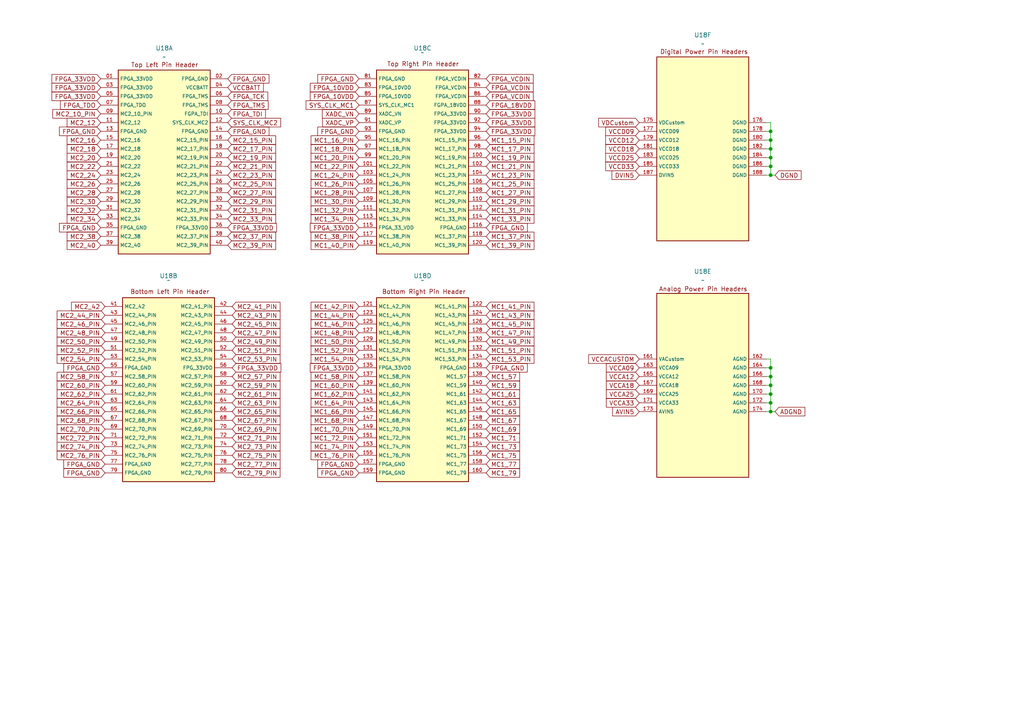
<source format=kicad_sch>
(kicad_sch (version 20231120) (generator "eeschema") (generator_version "8.0")
  (paper "A4")
  (lib_symbols
    (symbol "avlsi_power_board_opal_kelly_1"
      (property "Reference" "U" (at -1.016 3.048 0))
      (symbol "avlsi_power_board_opal_kelly_1_1_0"
        (pin passive line (at -19.05 24.13 0) (length 5.08) (name "FPGA_33VDD") (number "01"))
        (pin passive line (at 17.78 24.13 180) (length 5.08) (name "FPGA_GND") (number "02"))
        (pin passive line (at -19.05 21.59 0) (length 5.08) (name "FPGA_33VDD") (number "03"))
        (pin passive line (at 17.78 21.59 180) (length 5.08) (name "VCCBATT") (number "04"))
        (pin passive line (at -19.05 19.05 0) (length 5.08) (name "FPGA_33VDD") (number "05"))
        (pin passive line (at 17.78 19.05 180) (length 5.08) (name "FPGA_TMS") (number "06"))
        (pin passive line (at -19.05 16.51 0) (length 5.08) (name "FPGA_TDO") (number "07"))
        (pin passive line (at 17.78 16.51 180) (length 5.08) (name "FPGA_TMS") (number "08"))
        (pin passive line (at -19.05 13.97 0) (length 5.08) (name "MC2_10_PIN") (number "09"))
        (pin passive line (at 17.78 13.97 180) (length 5.08) (name "FGPA_TDI") (number "10"))
        (pin passive line (at -19.05 11.43 0) (length 5.08) (name "MC2_12") (number "11"))
        (pin passive line (at 17.78 11.43 180) (length 5.08) (name "SYS_CLK_MC2") (number "12"))
        (pin passive line (at -19.05 8.89 0) (length 5.08) (name "FPGA_GND") (number "13"))
        (pin passive line (at 17.78 8.89 180) (length 5.08) (name "FPGA_GND") (number "14"))
        (pin passive line (at -19.05 6.35 0) (length 5.08) (name "MC2_16") (number "15"))
        (pin passive line (at 17.78 6.35 180) (length 5.08) (name "MC2_15_PIN") (number "16"))
        (pin passive line (at -19.05 3.81 0) (length 5.08) (name "MC2_18") (number "17"))
        (pin passive line (at 17.78 3.81 180) (length 5.08) (name "MC2_17_PIN") (number "18"))
        (pin passive line (at -19.05 1.27 0) (length 5.08) (name "MC2_20") (number "19"))
        (pin passive line (at 17.78 1.27 180) (length 5.08) (name "MC2_19_PIN") (number "20"))
        (pin passive line (at -19.05 -1.27 0) (length 5.08) (name "MC2_22") (number "21"))
        (pin passive line (at 17.78 -1.27 180) (length 5.08) (name "MC2_21_PIN") (number "22"))
        (pin passive line (at -19.05 -3.81 0) (length 5.08) (name "MC2_24") (number "23"))
        (pin passive line (at 17.78 -3.81 180) (length 5.08) (name "MC2_23_PIN") (number "24"))
        (pin passive line (at -19.05 -6.35 0) (length 5.08) (name "MC2_26") (number "25"))
        (pin passive line (at 17.78 -6.35 180) (length 5.08) (name "MC2_25_PIN") (number "26"))
        (pin passive line (at -19.05 -8.89 0) (length 5.08) (name "MC2_28") (number "27"))
        (pin passive line (at 17.78 -8.89 180) (length 5.08) (name "MC2_27_PIN") (number "28"))
        (pin passive line (at -19.05 -11.43 0) (length 5.08) (name "MC2_30") (number "29"))
        (pin passive line (at 17.78 -11.43 180) (length 5.08) (name "MC2_29_PIN") (number "30"))
        (pin passive line (at -19.05 -13.97 0) (length 5.08) (name "MC2_32") (number "31"))
        (pin passive line (at 17.78 -13.97 180) (length 5.08) (name "MC2_31_PIN") (number "32"))
        (pin passive line (at -19.05 -16.51 0) (length 5.08) (name "MC2_34") (number "33"))
        (pin passive line (at 17.78 -16.51 180) (length 5.08) (name "MC2_33_PIN") (number "34"))
        (pin passive line (at -19.05 -19.05 0) (length 5.08) (name "FPGA_GND") (number "35"))
        (pin passive line (at 17.78 -19.05 180) (length 5.08) (name "FPGA_33VDD") (number "36"))
        (pin passive line (at -19.05 -21.59 0) (length 5.08) (name "MC2_38") (number "37"))
        (pin passive line (at 17.78 -21.59 180) (length 5.08) (name "MC2_37_PIN") (number "38"))
        (pin passive line (at -19.05 -24.13 0) (length 5.08) (name "MC2_40") (number "39"))
        (pin passive line (at 17.78 -24.13 180) (length 5.08) (name "MC2_39_PIN") (number "40"))
      )
      (symbol "avlsi_power_board_opal_kelly_1_1_1"
        (text "Top Left Pin Header" (at -0.508 28.194 0) (effects (font (size 1.27 1.27))))
      )
      (symbol "avlsi_power_board_opal_kelly_1_2_0"
        (pin passive line (at -19.05 24.13 0) (length 5.08) (name "MC2_42") (number "41"))
        (pin passive line (at 17.78 24.13 180) (length 5.08) (name "MC2_41_PIN") (number "42"))
        (pin passive line (at -19.05 21.59 0) (length 5.08) (name "MC2_44_PIN") (number "43"))
        (pin passive line (at 17.78 21.59 180) (length 5.08) (name "MC2_43_PIN") (number "44"))
        (pin passive line (at -19.05 19.05 0) (length 5.08) (name "MC2_46_PIN") (number "45"))
        (pin passive line (at 17.78 19.05 180) (length 5.08) (name "MC2_45_PIN") (number "46"))
        (pin passive line (at -19.05 16.51 0) (length 5.08) (name "MC2_48_PIN") (number "47"))
        (pin passive line (at 17.78 16.51 180) (length 5.08) (name "MC2_47_PIN") (number "48"))
        (pin passive line (at -19.05 13.97 0) (length 5.08) (name "MC2_50_PIN") (number "49"))
        (pin passive line (at 17.78 13.97 180) (length 5.08) (name "MC2_49_PIN") (number "50"))
        (pin passive line (at -19.05 11.43 0) (length 5.08) (name "MC2_52_PIN") (number "51"))
        (pin passive line (at 17.78 11.43 180) (length 5.08) (name "MC2_51_PIN") (number "52"))
        (pin passive line (at -19.05 8.89 0) (length 5.08) (name "MC2_54_PIN") (number "53"))
        (pin passive line (at 17.78 8.89 180) (length 5.08) (name "MC2_53_PIN") (number "54"))
        (pin passive line (at -19.05 6.35 0) (length 5.08) (name "FPGA_GND") (number "55"))
        (pin passive line (at 17.78 6.35 180) (length 5.08) (name "FPG_33VDD") (number "56"))
        (pin passive line (at -19.05 3.81 0) (length 5.08) (name "MC2_58_PIN") (number "57"))
        (pin passive line (at 17.78 3.81 180) (length 5.08) (name "MC2_57_PIN") (number "58"))
        (pin passive line (at -19.05 1.27 0) (length 5.08) (name "MC2_60_PIN") (number "59"))
        (pin passive line (at 17.78 1.27 180) (length 5.08) (name "MC2_59_PIN") (number "60"))
        (pin passive line (at -19.05 -1.27 0) (length 5.08) (name "MC2_62_PIN") (number "61"))
        (pin passive line (at 17.78 -1.27 180) (length 5.08) (name "MC2_61_PIN") (number "62"))
        (pin passive line (at -19.05 -3.81 0) (length 5.08) (name "MC2_64_PIN") (number "63"))
        (pin passive line (at 17.78 -3.81 180) (length 5.08) (name "MC2_63_PIN") (number "64"))
        (pin passive line (at -19.05 -6.35 0) (length 5.08) (name "MC2_66_PIN") (number "65"))
        (pin passive line (at 17.78 -6.35 180) (length 5.08) (name "MC2_65_PIN") (number "66"))
        (pin passive line (at -19.05 -8.89 0) (length 5.08) (name "MC2_68_PIN") (number "67"))
        (pin passive line (at 17.78 -8.89 180) (length 5.08) (name "MC2_67_PIN") (number "68"))
        (pin passive line (at -19.05 -11.43 0) (length 5.08) (name "MC2_70_PIN") (number "69"))
        (pin passive line (at 17.78 -11.43 180) (length 5.08) (name "MC2_69_PIN") (number "70"))
        (pin passive line (at -19.05 -13.97 0) (length 5.08) (name "MC2_72_PIN") (number "71"))
        (pin passive line (at 17.78 -13.97 180) (length 5.08) (name "MC2_71_PIN") (number "72"))
        (pin passive line (at -19.05 -16.51 0) (length 5.08) (name "MC2_74_PIN") (number "73"))
        (pin passive line (at 17.78 -16.51 180) (length 5.08) (name "MC2_73_PIN") (number "74"))
        (pin passive line (at -19.05 -19.05 0) (length 5.08) (name "MC2_76_PIN") (number "75"))
        (pin passive line (at 17.78 -19.05 180) (length 5.08) (name "MC2_75_PIN") (number "76"))
        (pin passive line (at -19.05 -21.59 0) (length 5.08) (name "FPGA_GND") (number "77"))
        (pin passive line (at 17.78 -21.59 180) (length 5.08) (name "MC2_77_PIN") (number "78"))
        (pin passive line (at -19.05 -24.13 0) (length 5.08) (name "FPGA_GND") (number "79"))
        (pin passive line (at 17.78 -24.13 180) (length 5.08) (name "MC2_79_PIN") (number "80"))
      )
      (symbol "avlsi_power_board_opal_kelly_1_2_1"
        (text "Bottom Left Pin Header" (at -0.254 28.448 0) (effects (font (size 1.27 1.27))))
      )
      (symbol "avlsi_power_board_opal_kelly_1_3_0"
        (pin passive line (at 17.78 1.27 180) (length 5.08) (name "MC1_19_PIN") (number "100"))
        (pin passive line (at -19.05 -1.27 0) (length 5.08) (name "MC1_22_PIN") (number "101"))
        (pin passive line (at 17.78 -1.27 180) (length 5.08) (name "MC1_21_PIN") (number "102"))
        (pin passive line (at -19.05 -3.81 0) (length 5.08) (name "MC1_24_PIN") (number "103"))
        (pin passive line (at 17.78 -3.81 180) (length 5.08) (name "MC1_23_PIN") (number "104"))
        (pin passive line (at -19.05 -6.35 0) (length 5.08) (name "MC1_26_PIN") (number "105"))
        (pin passive line (at 17.78 -6.35 180) (length 5.08) (name "MC1_25_PIN") (number "106"))
        (pin passive line (at -19.05 -8.89 0) (length 5.08) (name "MC1_28_PIN") (number "107"))
        (pin passive line (at 17.78 -8.89 180) (length 5.08) (name "MC1_27_PIN") (number "108"))
        (pin passive line (at -19.05 -11.43 0) (length 5.08) (name "MC1_30_PIN") (number "109"))
        (pin passive line (at 17.78 -11.43 180) (length 5.08) (name "MC1_29_PIN") (number "110"))
        (pin passive line (at -19.05 -13.97 0) (length 5.08) (name "MC1_32_PIN") (number "111"))
        (pin passive line (at 17.78 -13.97 180) (length 5.08) (name "MC1_31_PIN") (number "112"))
        (pin passive line (at -19.05 -16.51 0) (length 5.08) (name "MC1_34_PIN") (number "113"))
        (pin passive line (at 17.78 -16.51 180) (length 5.08) (name "MC1_33_PIN") (number "114"))
        (pin passive line (at -19.05 -19.05 0) (length 5.08) (name "FPGA_33_VDD") (number "115"))
        (pin passive line (at 17.78 -19.05 180) (length 5.08) (name "FPGA_GND") (number "116"))
        (pin passive line (at -19.05 -21.59 0) (length 5.08) (name "MC1_38_PIN") (number "117"))
        (pin passive line (at 17.78 -21.59 180) (length 5.08) (name "MC1_37_PIN") (number "118"))
        (pin passive line (at -19.05 -24.13 0) (length 5.08) (name "MC1_40_PIN") (number "119"))
        (pin passive line (at 17.78 -24.13 180) (length 5.08) (name "MC1_39_PIN") (number "120"))
        (pin passive line (at -19.05 24.13 0) (length 5.08) (name "FPGA_GND") (number "81"))
        (pin passive line (at 17.78 24.13 180) (length 5.08) (name "FPGA_VCDIN") (number "82"))
        (pin passive line (at -19.05 21.59 0) (length 5.08) (name "FPGA_10VDD") (number "83"))
        (pin passive line (at 17.78 21.59 180) (length 5.08) (name "FPGA_VCDIN") (number "84"))
        (pin passive line (at -19.05 19.05 0) (length 5.08) (name "FPGA_10VDD") (number "85"))
        (pin passive line (at 17.78 19.05 180) (length 5.08) (name "FPGA_VCDIN") (number "86"))
        (pin passive line (at -19.05 16.51 0) (length 5.08) (name "SYS_CLK_MC1") (number "87"))
        (pin passive line (at 17.78 16.51 180) (length 5.08) (name "FGPA_18VDD") (number "88"))
        (pin passive line (at -19.05 13.97 0) (length 5.08) (name "XADC_VN") (number "89"))
        (pin passive line (at 17.78 13.97 180) (length 5.08) (name "FPGA_33VDD") (number "90"))
        (pin passive line (at -19.05 11.43 0) (length 5.08) (name "XADC_VP") (number "91"))
        (pin passive line (at 17.78 11.43 180) (length 5.08) (name "FPGA_33VDD") (number "92"))
        (pin passive line (at -19.05 8.89 0) (length 5.08) (name "FPGA_GND") (number "93"))
        (pin passive line (at 17.78 8.89 180) (length 5.08) (name "FPGA_33VDD") (number "94"))
        (pin passive line (at -19.05 6.35 0) (length 5.08) (name "MC1_16_PIN") (number "95"))
        (pin passive line (at 17.78 6.35 180) (length 5.08) (name "MC1_15_PIN") (number "96"))
        (pin passive line (at -19.05 3.81 0) (length 5.08) (name "MC1_18_PIN") (number "97"))
        (pin passive line (at 17.78 3.81 180) (length 5.08) (name "MC1_17_PIN") (number "98"))
        (pin passive line (at -19.05 1.27 0) (length 5.08) (name "MC1_20_PIN") (number "99"))
      )
      (symbol "avlsi_power_board_opal_kelly_1_3_1"
        (text "Top Right Pin Header" (at -0.508 28.448 0) (effects (font (size 1.27 1.27))))
      )
      (symbol "avlsi_power_board_opal_kelly_1_4_0"
        (pin passive line (at -19.05 24.13 0) (length 5.08) (name "MC1_42_PIN") (number "121"))
        (pin passive line (at 17.78 24.13 180) (length 5.08) (name "MC1_41_PIN") (number "122"))
        (pin passive line (at -19.05 21.59 0) (length 5.08) (name "MC1_44_PIN") (number "123"))
        (pin passive line (at 17.78 21.59 180) (length 5.08) (name "MC1_43_PIN") (number "124"))
        (pin passive line (at -19.05 19.05 0) (length 5.08) (name "MC1_46_PIN") (number "125"))
        (pin passive line (at 17.78 19.05 180) (length 5.08) (name "MC1_45_PIN") (number "126"))
        (pin passive line (at -19.05 16.51 0) (length 5.08) (name "MC1_48_PIN") (number "127"))
        (pin passive line (at 17.78 16.51 180) (length 5.08) (name "MC1_47_PIN") (number "128"))
        (pin passive line (at -19.05 13.97 0) (length 5.08) (name "MC1_50_PIN") (number "129"))
        (pin passive line (at 17.78 13.97 180) (length 5.08) (name "MC1_49_PIN") (number "130"))
        (pin passive line (at -19.05 11.43 0) (length 5.08) (name "MC1_52_PIN") (number "131"))
        (pin passive line (at 17.78 11.43 180) (length 5.08) (name "MC1_51_PIN") (number "132"))
        (pin passive line (at -19.05 8.89 0) (length 5.08) (name "MC1_54_PIN") (number "133"))
        (pin passive line (at 17.78 8.89 180) (length 5.08) (name "MC1_53_PIN") (number "134"))
        (pin passive line (at -19.05 6.35 0) (length 5.08) (name "FPGA_33VDD") (number "135"))
        (pin passive line (at 17.78 6.35 180) (length 5.08) (name "FPGA_GND") (number "136"))
        (pin passive line (at -19.05 3.81 0) (length 5.08) (name "MC1_58_PIN") (number "137"))
        (pin passive line (at 17.78 3.81 180) (length 5.08) (name "MC1_57") (number "138"))
        (pin passive line (at -19.05 1.27 0) (length 5.08) (name "MC1_60_PIN") (number "139"))
        (pin passive line (at 17.78 1.27 180) (length 5.08) (name "MC1_59") (number "140"))
        (pin passive line (at -19.05 -1.27 0) (length 5.08) (name "MC1_62_PIN") (number "141"))
        (pin passive line (at 17.78 -1.27 180) (length 5.08) (name "MC1_61") (number "142"))
        (pin passive line (at -19.05 -3.81 0) (length 5.08) (name "MC1_64_PIN") (number "143"))
        (pin passive line (at 17.78 -3.81 180) (length 5.08) (name "MC1_63") (number "144"))
        (pin passive line (at -19.05 -6.35 0) (length 5.08) (name "MC1_66_PIN") (number "145"))
        (pin passive line (at 17.78 -6.35 180) (length 5.08) (name "MC1_65") (number "146"))
        (pin passive line (at -19.05 -8.89 0) (length 5.08) (name "MC1_68_PIN") (number "147"))
        (pin passive line (at 17.78 -8.89 180) (length 5.08) (name "MC1_67") (number "148"))
        (pin passive line (at -19.05 -11.43 0) (length 5.08) (name "MC1_70_PIN") (number "149"))
        (pin passive line (at 17.78 -11.43 180) (length 5.08) (name "MC1_69") (number "150"))
        (pin passive line (at -19.05 -13.97 0) (length 5.08) (name "MC1_72_PIN") (number "151"))
        (pin passive line (at 17.78 -13.97 180) (length 5.08) (name "MC1_71") (number "152"))
        (pin passive line (at -19.05 -16.51 0) (length 5.08) (name "MC1_74_PIN") (number "153"))
        (pin passive line (at 17.78 -16.51 180) (length 5.08) (name "MC1_73") (number "154"))
        (pin passive line (at -19.05 -19.05 0) (length 5.08) (name "MC1_76_PIN") (number "155"))
        (pin passive line (at 17.78 -19.05 180) (length 5.08) (name "MC1_75") (number "156"))
        (pin passive line (at -19.05 -21.59 0) (length 5.08) (name "FPGA_GND") (number "157"))
        (pin passive line (at 17.78 -21.59 180) (length 5.08) (name "MC1_77") (number "158"))
        (pin passive line (at -19.05 -24.13 0) (length 5.08) (name "FPGA_GND") (number "159"))
        (pin passive line (at 17.78 -24.13 180) (length 5.08) (name "MC1_79") (number "160"))
      )
      (symbol "avlsi_power_board_opal_kelly_1_4_1"
        (text "Bottom Right Pin Header" (at -0.254 28.448 0) (effects (font (size 1.27 1.27))))
      )
      (symbol "avlsi_power_board_opal_kelly_1_5_0"
        (pin passive line (at -19.05 7.62 0) (length 5.08) (name "VACustom") (number "161"))
        (pin passive line (at 17.78 7.62 180) (length 5.08) (name "AGND") (number "162"))
        (pin passive line (at -19.05 5.08 0) (length 5.08) (name "VCCA09") (number "163"))
        (pin passive line (at 17.78 5.08 180) (length 5.08) (name "AGND") (number "164"))
        (pin passive line (at -19.05 2.54 0) (length 5.08) (name "VCCA12") (number "165"))
        (pin passive line (at 17.78 2.54 180) (length 5.08) (name "AGND") (number "166"))
        (pin passive line (at -19.05 0 0) (length 5.08) (name "VCCA18") (number "167"))
        (pin passive line (at 17.78 0 180) (length 5.08) (name "AGND") (number "168"))
        (pin passive line (at -19.05 -2.54 0) (length 5.08) (name "VCCA25") (number "169"))
        (pin passive line (at 17.78 -2.54 180) (length 5.08) (name "AGND") (number "170"))
        (pin passive line (at -19.05 -5.08 0) (length 5.08) (name "VCCA33") (number "171"))
        (pin passive line (at 17.78 -5.08 180) (length 5.08) (name "AGND") (number "172"))
        (pin passive line (at -19.05 -7.62 0) (length 5.08) (name "AVIN5") (number "173"))
        (pin passive line (at 17.78 -7.62 180) (length 5.08) (name "AGND") (number "174"))
      )
      (symbol "avlsi_power_board_opal_kelly_1_5_1"
        (text "Analog Power Pin Headers" (at -0.508 27.94 0) (effects (font (size 1.27 1.27))))
      )
      (symbol "avlsi_power_board_opal_kelly_1_6_0"
        (pin passive line (at -19.05 7.62 0) (length 5.08) (name "VDCustom") (number "175"))
        (pin passive line (at 17.78 7.62 180) (length 5.08) (name "DGND") (number "176"))
        (pin passive line (at -19.05 5.08 0) (length 5.08) (name "VCCD09") (number "177"))
        (pin passive line (at 17.78 5.08 180) (length 5.08) (name "DGND") (number "178"))
        (pin passive line (at -19.05 2.54 0) (length 5.08) (name "VCCD12") (number "179"))
        (pin passive line (at 17.78 2.54 180) (length 5.08) (name "DGND") (number "180"))
        (pin passive line (at -19.05 0 0) (length 5.08) (name "VCCD18") (number "181"))
        (pin passive line (at 17.78 0 180) (length 5.08) (name "DGND") (number "182"))
        (pin passive line (at -19.05 -2.54 0) (length 5.08) (name "VCCD25") (number "183"))
        (pin passive line (at 17.78 -2.54 180) (length 5.08) (name "DGND") (number "184"))
        (pin passive line (at -19.05 -5.08 0) (length 5.08) (name "VCCD33") (number "185"))
        (pin passive line (at 17.78 -5.08 180) (length 5.08) (name "DGND") (number "186"))
        (pin passive line (at -19.05 -7.62 0) (length 5.08) (name "DVIN5") (number "187"))
        (pin passive line (at 17.78 -7.62 180) (length 5.08) (name "DGND") (number "188"))
      )
      (symbol "avlsi_power_board_opal_kelly_1_6_1"
        (text "Digital Power Pin Headers" (at -0.254 28.194 0) (effects (font (size 1.27 1.27))))
      )
    )
    (symbol "avlsi_power_board_opal_kelly_2"
      (property "Reference" "U" (at -1.016 3.048 0))
      (symbol "avlsi_power_board_opal_kelly_2_1_0"
        (pin passive line (at -19.05 24.13 0) (length 5.08) (name "FPGA_33VDD") (number "01"))
        (pin passive line (at 17.78 24.13 180) (length 5.08) (name "FPGA_GND") (number "02"))
        (pin passive line (at -19.05 21.59 0) (length 5.08) (name "FPGA_33VDD") (number "03"))
        (pin passive line (at 17.78 21.59 180) (length 5.08) (name "VCCBATT") (number "04"))
        (pin passive line (at -19.05 19.05 0) (length 5.08) (name "FPGA_33VDD") (number "05"))
        (pin passive line (at 17.78 19.05 180) (length 5.08) (name "FPGA_TMS") (number "06"))
        (pin passive line (at -19.05 16.51 0) (length 5.08) (name "FPGA_TDO") (number "07"))
        (pin passive line (at 17.78 16.51 180) (length 5.08) (name "FPGA_TMS") (number "08"))
        (pin passive line (at -19.05 13.97 0) (length 5.08) (name "MC2_10_PIN") (number "09"))
        (pin passive line (at 17.78 13.97 180) (length 5.08) (name "FGPA_TDI") (number "10"))
        (pin passive line (at -19.05 11.43 0) (length 5.08) (name "MC2_12") (number "11"))
        (pin passive line (at 17.78 11.43 180) (length 5.08) (name "SYS_CLK_MC2") (number "12"))
        (pin passive line (at -19.05 8.89 0) (length 5.08) (name "FPGA_GND") (number "13"))
        (pin passive line (at 17.78 8.89 180) (length 5.08) (name "FPGA_GND") (number "14"))
        (pin passive line (at -19.05 6.35 0) (length 5.08) (name "MC2_16") (number "15"))
        (pin passive line (at 17.78 6.35 180) (length 5.08) (name "MC2_15_PIN") (number "16"))
        (pin passive line (at -19.05 3.81 0) (length 5.08) (name "MC2_18") (number "17"))
        (pin passive line (at 17.78 3.81 180) (length 5.08) (name "MC2_17_PIN") (number "18"))
        (pin passive line (at -19.05 1.27 0) (length 5.08) (name "MC2_20") (number "19"))
        (pin passive line (at 17.78 1.27 180) (length 5.08) (name "MC2_19_PIN") (number "20"))
        (pin passive line (at -19.05 -1.27 0) (length 5.08) (name "MC2_22") (number "21"))
        (pin passive line (at 17.78 -1.27 180) (length 5.08) (name "MC2_21_PIN") (number "22"))
        (pin passive line (at -19.05 -3.81 0) (length 5.08) (name "MC2_24") (number "23"))
        (pin passive line (at 17.78 -3.81 180) (length 5.08) (name "MC2_23_PIN") (number "24"))
        (pin passive line (at -19.05 -6.35 0) (length 5.08) (name "MC2_26") (number "25"))
        (pin passive line (at 17.78 -6.35 180) (length 5.08) (name "MC2_25_PIN") (number "26"))
        (pin passive line (at -19.05 -8.89 0) (length 5.08) (name "MC2_28") (number "27"))
        (pin passive line (at 17.78 -8.89 180) (length 5.08) (name "MC2_27_PIN") (number "28"))
        (pin passive line (at -19.05 -11.43 0) (length 5.08) (name "MC2_30") (number "29"))
        (pin passive line (at 17.78 -11.43 180) (length 5.08) (name "MC2_29_PIN") (number "30"))
        (pin passive line (at -19.05 -13.97 0) (length 5.08) (name "MC2_32") (number "31"))
        (pin passive line (at 17.78 -13.97 180) (length 5.08) (name "MC2_31_PIN") (number "32"))
        (pin passive line (at -19.05 -16.51 0) (length 5.08) (name "MC2_34") (number "33"))
        (pin passive line (at 17.78 -16.51 180) (length 5.08) (name "MC2_33_PIN") (number "34"))
        (pin passive line (at -19.05 -19.05 0) (length 5.08) (name "FPGA_GND") (number "35"))
        (pin passive line (at 17.78 -19.05 180) (length 5.08) (name "FPGA_33VDD") (number "36"))
        (pin passive line (at -19.05 -21.59 0) (length 5.08) (name "MC2_38") (number "37"))
        (pin passive line (at 17.78 -21.59 180) (length 5.08) (name "MC2_37_PIN") (number "38"))
        (pin passive line (at -19.05 -24.13 0) (length 5.08) (name "MC2_40") (number "39"))
        (pin passive line (at 17.78 -24.13 180) (length 5.08) (name "MC2_39_PIN") (number "40"))
      )
      (symbol "avlsi_power_board_opal_kelly_2_1_1"
        (text "Top Left Pin Header" (at -0.508 28.194 0) (effects (font (size 1.27 1.27))))
      )
      (symbol "avlsi_power_board_opal_kelly_2_2_0"
        (pin passive line (at -19.05 24.13 0) (length 5.08) (name "MC2_42") (number "41"))
        (pin passive line (at 17.78 24.13 180) (length 5.08) (name "MC2_41_PIN") (number "42"))
        (pin passive line (at -19.05 21.59 0) (length 5.08) (name "MC2_44_PIN") (number "43"))
        (pin passive line (at 17.78 21.59 180) (length 5.08) (name "MC2_43_PIN") (number "44"))
        (pin passive line (at -19.05 19.05 0) (length 5.08) (name "MC2_46_PIN") (number "45"))
        (pin passive line (at 17.78 19.05 180) (length 5.08) (name "MC2_45_PIN") (number "46"))
        (pin passive line (at -19.05 16.51 0) (length 5.08) (name "MC2_48_PIN") (number "47"))
        (pin passive line (at 17.78 16.51 180) (length 5.08) (name "MC2_47_PIN") (number "48"))
        (pin passive line (at -19.05 13.97 0) (length 5.08) (name "MC2_50_PIN") (number "49"))
        (pin passive line (at 17.78 13.97 180) (length 5.08) (name "MC2_49_PIN") (number "50"))
        (pin passive line (at -19.05 11.43 0) (length 5.08) (name "MC2_52_PIN") (number "51"))
        (pin passive line (at 17.78 11.43 180) (length 5.08) (name "MC2_51_PIN") (number "52"))
        (pin passive line (at -19.05 8.89 0) (length 5.08) (name "MC2_54_PIN") (number "53"))
        (pin passive line (at 17.78 8.89 180) (length 5.08) (name "MC2_53_PIN") (number "54"))
        (pin passive line (at -19.05 6.35 0) (length 5.08) (name "FPGA_GND") (number "55"))
        (pin passive line (at 17.78 6.35 180) (length 5.08) (name "FPG_33VDD") (number "56"))
        (pin passive line (at -19.05 3.81 0) (length 5.08) (name "MC2_58_PIN") (number "57"))
        (pin passive line (at 17.78 3.81 180) (length 5.08) (name "MC2_57_PIN") (number "58"))
        (pin passive line (at -19.05 1.27 0) (length 5.08) (name "MC2_60_PIN") (number "59"))
        (pin passive line (at 17.78 1.27 180) (length 5.08) (name "MC2_59_PIN") (number "60"))
        (pin passive line (at -19.05 -1.27 0) (length 5.08) (name "MC2_62_PIN") (number "61"))
        (pin passive line (at 17.78 -1.27 180) (length 5.08) (name "MC2_61_PIN") (number "62"))
        (pin passive line (at -19.05 -3.81 0) (length 5.08) (name "MC2_64_PIN") (number "63"))
        (pin passive line (at 17.78 -3.81 180) (length 5.08) (name "MC2_63_PIN") (number "64"))
        (pin passive line (at -19.05 -6.35 0) (length 5.08) (name "MC2_66_PIN") (number "65"))
        (pin passive line (at 17.78 -6.35 180) (length 5.08) (name "MC2_65_PIN") (number "66"))
        (pin passive line (at -19.05 -8.89 0) (length 5.08) (name "MC2_68_PIN") (number "67"))
        (pin passive line (at 17.78 -8.89 180) (length 5.08) (name "MC2_67_PIN") (number "68"))
        (pin passive line (at -19.05 -11.43 0) (length 5.08) (name "MC2_70_PIN") (number "69"))
        (pin passive line (at 17.78 -11.43 180) (length 5.08) (name "MC2_69_PIN") (number "70"))
        (pin passive line (at -19.05 -13.97 0) (length 5.08) (name "MC2_72_PIN") (number "71"))
        (pin passive line (at 17.78 -13.97 180) (length 5.08) (name "MC2_71_PIN") (number "72"))
        (pin passive line (at -19.05 -16.51 0) (length 5.08) (name "MC2_74_PIN") (number "73"))
        (pin passive line (at 17.78 -16.51 180) (length 5.08) (name "MC2_73_PIN") (number "74"))
        (pin passive line (at -19.05 -19.05 0) (length 5.08) (name "MC2_76_PIN") (number "75"))
        (pin passive line (at 17.78 -19.05 180) (length 5.08) (name "MC2_75_PIN") (number "76"))
        (pin passive line (at -19.05 -21.59 0) (length 5.08) (name "FPGA_GND") (number "77"))
        (pin passive line (at 17.78 -21.59 180) (length 5.08) (name "MC2_77_PIN") (number "78"))
        (pin passive line (at -19.05 -24.13 0) (length 5.08) (name "FPGA_GND") (number "79"))
        (pin passive line (at 17.78 -24.13 180) (length 5.08) (name "MC2_79_PIN") (number "80"))
      )
      (symbol "avlsi_power_board_opal_kelly_2_2_1"
        (text "Bottom Left Pin Header" (at -0.254 28.448 0) (effects (font (size 1.27 1.27))))
      )
      (symbol "avlsi_power_board_opal_kelly_2_3_0"
        (pin passive line (at 17.78 1.27 180) (length 5.08) (name "MC1_19_PIN") (number "100"))
        (pin passive line (at -19.05 -1.27 0) (length 5.08) (name "MC1_22_PIN") (number "101"))
        (pin passive line (at 17.78 -1.27 180) (length 5.08) (name "MC1_21_PIN") (number "102"))
        (pin passive line (at -19.05 -3.81 0) (length 5.08) (name "MC1_24_PIN") (number "103"))
        (pin passive line (at 17.78 -3.81 180) (length 5.08) (name "MC1_23_PIN") (number "104"))
        (pin passive line (at -19.05 -6.35 0) (length 5.08) (name "MC1_26_PIN") (number "105"))
        (pin passive line (at 17.78 -6.35 180) (length 5.08) (name "MC1_25_PIN") (number "106"))
        (pin passive line (at -19.05 -8.89 0) (length 5.08) (name "MC1_28_PIN") (number "107"))
        (pin passive line (at 17.78 -8.89 180) (length 5.08) (name "MC1_27_PIN") (number "108"))
        (pin passive line (at -19.05 -11.43 0) (length 5.08) (name "MC1_30_PIN") (number "109"))
        (pin passive line (at 17.78 -11.43 180) (length 5.08) (name "MC1_29_PIN") (number "110"))
        (pin passive line (at -19.05 -13.97 0) (length 5.08) (name "MC1_32_PIN") (number "111"))
        (pin passive line (at 17.78 -13.97 180) (length 5.08) (name "MC1_31_PIN") (number "112"))
        (pin passive line (at -19.05 -16.51 0) (length 5.08) (name "MC1_34_PIN") (number "113"))
        (pin passive line (at 17.78 -16.51 180) (length 5.08) (name "MC1_33_PIN") (number "114"))
        (pin passive line (at -19.05 -19.05 0) (length 5.08) (name "FPGA_33_VDD") (number "115"))
        (pin passive line (at 17.78 -19.05 180) (length 5.08) (name "FPGA_GND") (number "116"))
        (pin passive line (at -19.05 -21.59 0) (length 5.08) (name "MC1_38_PIN") (number "117"))
        (pin passive line (at 17.78 -21.59 180) (length 5.08) (name "MC1_37_PIN") (number "118"))
        (pin passive line (at -19.05 -24.13 0) (length 5.08) (name "MC1_40_PIN") (number "119"))
        (pin passive line (at 17.78 -24.13 180) (length 5.08) (name "MC1_39_PIN") (number "120"))
        (pin passive line (at -19.05 24.13 0) (length 5.08) (name "FPGA_GND") (number "81"))
        (pin passive line (at 17.78 24.13 180) (length 5.08) (name "FPGA_VCDIN") (number "82"))
        (pin passive line (at -19.05 21.59 0) (length 5.08) (name "FPGA_10VDD") (number "83"))
        (pin passive line (at 17.78 21.59 180) (length 5.08) (name "FPGA_VCDIN") (number "84"))
        (pin passive line (at -19.05 19.05 0) (length 5.08) (name "FPGA_10VDD") (number "85"))
        (pin passive line (at 17.78 19.05 180) (length 5.08) (name "FPGA_VCDIN") (number "86"))
        (pin passive line (at -19.05 16.51 0) (length 5.08) (name "SYS_CLK_MC1") (number "87"))
        (pin passive line (at 17.78 16.51 180) (length 5.08) (name "FGPA_18VDD") (number "88"))
        (pin passive line (at -19.05 13.97 0) (length 5.08) (name "XADC_VN") (number "89"))
        (pin passive line (at 17.78 13.97 180) (length 5.08) (name "FPGA_33VDD") (number "90"))
        (pin passive line (at -19.05 11.43 0) (length 5.08) (name "XADC_VP") (number "91"))
        (pin passive line (at 17.78 11.43 180) (length 5.08) (name "FPGA_33VDD") (number "92"))
        (pin passive line (at -19.05 8.89 0) (length 5.08) (name "FPGA_GND") (number "93"))
        (pin passive line (at 17.78 8.89 180) (length 5.08) (name "FPGA_33VDD") (number "94"))
        (pin passive line (at -19.05 6.35 0) (length 5.08) (name "MC1_16_PIN") (number "95"))
        (pin passive line (at 17.78 6.35 180) (length 5.08) (name "MC1_15_PIN") (number "96"))
        (pin passive line (at -19.05 3.81 0) (length 5.08) (name "MC1_18_PIN") (number "97"))
        (pin passive line (at 17.78 3.81 180) (length 5.08) (name "MC1_17_PIN") (number "98"))
        (pin passive line (at -19.05 1.27 0) (length 5.08) (name "MC1_20_PIN") (number "99"))
      )
      (symbol "avlsi_power_board_opal_kelly_2_3_1"
        (text "Top Right Pin Header" (at -0.508 28.448 0) (effects (font (size 1.27 1.27))))
      )
      (symbol "avlsi_power_board_opal_kelly_2_4_0"
        (pin passive line (at -19.05 24.13 0) (length 5.08) (name "MC1_42_PIN") (number "121"))
        (pin passive line (at 17.78 24.13 180) (length 5.08) (name "MC1_41_PIN") (number "122"))
        (pin passive line (at -19.05 21.59 0) (length 5.08) (name "MC1_44_PIN") (number "123"))
        (pin passive line (at 17.78 21.59 180) (length 5.08) (name "MC1_43_PIN") (number "124"))
        (pin passive line (at -19.05 19.05 0) (length 5.08) (name "MC1_46_PIN") (number "125"))
        (pin passive line (at 17.78 19.05 180) (length 5.08) (name "MC1_45_PIN") (number "126"))
        (pin passive line (at -19.05 16.51 0) (length 5.08) (name "MC1_48_PIN") (number "127"))
        (pin passive line (at 17.78 16.51 180) (length 5.08) (name "MC1_47_PIN") (number "128"))
        (pin passive line (at -19.05 13.97 0) (length 5.08) (name "MC1_50_PIN") (number "129"))
        (pin passive line (at 17.78 13.97 180) (length 5.08) (name "MC1_49_PIN") (number "130"))
        (pin passive line (at -19.05 11.43 0) (length 5.08) (name "MC1_52_PIN") (number "131"))
        (pin passive line (at 17.78 11.43 180) (length 5.08) (name "MC1_51_PIN") (number "132"))
        (pin passive line (at -19.05 8.89 0) (length 5.08) (name "MC1_54_PIN") (number "133"))
        (pin passive line (at 17.78 8.89 180) (length 5.08) (name "MC1_53_PIN") (number "134"))
        (pin passive line (at -19.05 6.35 0) (length 5.08) (name "FPGA_33VDD") (number "135"))
        (pin passive line (at 17.78 6.35 180) (length 5.08) (name "FPGA_GND") (number "136"))
        (pin passive line (at -19.05 3.81 0) (length 5.08) (name "MC1_58_PIN") (number "137"))
        (pin passive line (at 17.78 3.81 180) (length 5.08) (name "MC1_57") (number "138"))
        (pin passive line (at -19.05 1.27 0) (length 5.08) (name "MC1_60_PIN") (number "139"))
        (pin passive line (at 17.78 1.27 180) (length 5.08) (name "MC1_59") (number "140"))
        (pin passive line (at -19.05 -1.27 0) (length 5.08) (name "MC1_62_PIN") (number "141"))
        (pin passive line (at 17.78 -1.27 180) (length 5.08) (name "MC1_61") (number "142"))
        (pin passive line (at -19.05 -3.81 0) (length 5.08) (name "MC1_64_PIN") (number "143"))
        (pin passive line (at 17.78 -3.81 180) (length 5.08) (name "MC1_63") (number "144"))
        (pin passive line (at -19.05 -6.35 0) (length 5.08) (name "MC1_66_PIN") (number "145"))
        (pin passive line (at 17.78 -6.35 180) (length 5.08) (name "MC1_65") (number "146"))
        (pin passive line (at -19.05 -8.89 0) (length 5.08) (name "MC1_68_PIN") (number "147"))
        (pin passive line (at 17.78 -8.89 180) (length 5.08) (name "MC1_67") (number "148"))
        (pin passive line (at -19.05 -11.43 0) (length 5.08) (name "MC1_70_PIN") (number "149"))
        (pin passive line (at 17.78 -11.43 180) (length 5.08) (name "MC1_69") (number "150"))
        (pin passive line (at -19.05 -13.97 0) (length 5.08) (name "MC1_72_PIN") (number "151"))
        (pin passive line (at 17.78 -13.97 180) (length 5.08) (name "MC1_71") (number "152"))
        (pin passive line (at -19.05 -16.51 0) (length 5.08) (name "MC1_74_PIN") (number "153"))
        (pin passive line (at 17.78 -16.51 180) (length 5.08) (name "MC1_73") (number "154"))
        (pin passive line (at -19.05 -19.05 0) (length 5.08) (name "MC1_76_PIN") (number "155"))
        (pin passive line (at 17.78 -19.05 180) (length 5.08) (name "MC1_75") (number "156"))
        (pin passive line (at -19.05 -21.59 0) (length 5.08) (name "FPGA_GND") (number "157"))
        (pin passive line (at 17.78 -21.59 180) (length 5.08) (name "MC1_77") (number "158"))
        (pin passive line (at -19.05 -24.13 0) (length 5.08) (name "FPGA_GND") (number "159"))
        (pin passive line (at 17.78 -24.13 180) (length 5.08) (name "MC1_79") (number "160"))
      )
      (symbol "avlsi_power_board_opal_kelly_2_4_1"
        (text "Bottom Right Pin Header" (at -0.254 28.448 0) (effects (font (size 1.27 1.27))))
      )
      (symbol "avlsi_power_board_opal_kelly_2_5_0"
        (pin passive line (at -19.05 7.62 0) (length 5.08) (name "VACustom") (number "161"))
        (pin passive line (at 17.78 7.62 180) (length 5.08) (name "AGND") (number "162"))
        (pin passive line (at -19.05 5.08 0) (length 5.08) (name "VCCA09") (number "163"))
        (pin passive line (at 17.78 5.08 180) (length 5.08) (name "AGND") (number "164"))
        (pin passive line (at -19.05 2.54 0) (length 5.08) (name "VCCA12") (number "165"))
        (pin passive line (at 17.78 2.54 180) (length 5.08) (name "AGND") (number "166"))
        (pin passive line (at -19.05 0 0) (length 5.08) (name "VCCA18") (number "167"))
        (pin passive line (at 17.78 0 180) (length 5.08) (name "AGND") (number "168"))
        (pin passive line (at -19.05 -2.54 0) (length 5.08) (name "VCCA25") (number "169"))
        (pin passive line (at 17.78 -2.54 180) (length 5.08) (name "AGND") (number "170"))
        (pin passive line (at -19.05 -5.08 0) (length 5.08) (name "VCCA33") (number "171"))
        (pin passive line (at 17.78 -5.08 180) (length 5.08) (name "AGND") (number "172"))
        (pin passive line (at -19.05 -7.62 0) (length 5.08) (name "AVIN5") (number "173"))
        (pin passive line (at 17.78 -7.62 180) (length 5.08) (name "AGND") (number "174"))
      )
      (symbol "avlsi_power_board_opal_kelly_2_5_1"
        (text "Analog Power Pin Headers" (at -0.508 27.94 0) (effects (font (size 1.27 1.27))))
      )
      (symbol "avlsi_power_board_opal_kelly_2_6_0"
        (pin passive line (at -19.05 7.62 0) (length 5.08) (name "VDCustom") (number "175"))
        (pin passive line (at 17.78 7.62 180) (length 5.08) (name "DGND") (number "176"))
        (pin passive line (at -19.05 5.08 0) (length 5.08) (name "VCCD09") (number "177"))
        (pin passive line (at 17.78 5.08 180) (length 5.08) (name "DGND") (number "178"))
        (pin passive line (at -19.05 2.54 0) (length 5.08) (name "VCCD12") (number "179"))
        (pin passive line (at 17.78 2.54 180) (length 5.08) (name "DGND") (number "180"))
        (pin passive line (at -19.05 0 0) (length 5.08) (name "VCCD18") (number "181"))
        (pin passive line (at 17.78 0 180) (length 5.08) (name "DGND") (number "182"))
        (pin passive line (at -19.05 -2.54 0) (length 5.08) (name "VCCD25") (number "183"))
        (pin passive line (at 17.78 -2.54 180) (length 5.08) (name "DGND") (number "184"))
        (pin passive line (at -19.05 -5.08 0) (length 5.08) (name "VCCD33") (number "185"))
        (pin passive line (at 17.78 -5.08 180) (length 5.08) (name "DGND") (number "186"))
        (pin passive line (at -19.05 -7.62 0) (length 5.08) (name "DVIN5") (number "187"))
        (pin passive line (at 17.78 -7.62 180) (length 5.08) (name "DGND") (number "188"))
      )
      (symbol "avlsi_power_board_opal_kelly_2_6_1"
        (text "Digital Power Pin Headers" (at -0.254 28.194 0) (effects (font (size 1.27 1.27))))
      )
    )
    (symbol "avlsi_power_board_opal_kelly_3"
      (property "Reference" "U" (at -1.016 3.048 0))
      (symbol "avlsi_power_board_opal_kelly_3_1_0"
        (pin passive line (at -19.05 24.13 0) (length 5.08) (name "FPGA_33VDD") (number "01"))
        (pin passive line (at 17.78 24.13 180) (length 5.08) (name "FPGA_GND") (number "02"))
        (pin passive line (at -19.05 21.59 0) (length 5.08) (name "FPGA_33VDD") (number "03"))
        (pin passive line (at 17.78 21.59 180) (length 5.08) (name "VCCBATT") (number "04"))
        (pin passive line (at -19.05 19.05 0) (length 5.08) (name "FPGA_33VDD") (number "05"))
        (pin passive line (at 17.78 19.05 180) (length 5.08) (name "FPGA_TMS") (number "06"))
        (pin passive line (at -19.05 16.51 0) (length 5.08) (name "FPGA_TDO") (number "07"))
        (pin passive line (at 17.78 16.51 180) (length 5.08) (name "FPGA_TMS") (number "08"))
        (pin passive line (at -19.05 13.97 0) (length 5.08) (name "MC2_10_PIN") (number "09"))
        (pin passive line (at 17.78 13.97 180) (length 5.08) (name "FGPA_TDI") (number "10"))
        (pin passive line (at -19.05 11.43 0) (length 5.08) (name "MC2_12") (number "11"))
        (pin passive line (at 17.78 11.43 180) (length 5.08) (name "SYS_CLK_MC2") (number "12"))
        (pin passive line (at -19.05 8.89 0) (length 5.08) (name "FPGA_GND") (number "13"))
        (pin passive line (at 17.78 8.89 180) (length 5.08) (name "FPGA_GND") (number "14"))
        (pin passive line (at -19.05 6.35 0) (length 5.08) (name "MC2_16") (number "15"))
        (pin passive line (at 17.78 6.35 180) (length 5.08) (name "MC2_15_PIN") (number "16"))
        (pin passive line (at -19.05 3.81 0) (length 5.08) (name "MC2_18") (number "17"))
        (pin passive line (at 17.78 3.81 180) (length 5.08) (name "MC2_17_PIN") (number "18"))
        (pin passive line (at -19.05 1.27 0) (length 5.08) (name "MC2_20") (number "19"))
        (pin passive line (at 17.78 1.27 180) (length 5.08) (name "MC2_19_PIN") (number "20"))
        (pin passive line (at -19.05 -1.27 0) (length 5.08) (name "MC2_22") (number "21"))
        (pin passive line (at 17.78 -1.27 180) (length 5.08) (name "MC2_21_PIN") (number "22"))
        (pin passive line (at -19.05 -3.81 0) (length 5.08) (name "MC2_24") (number "23"))
        (pin passive line (at 17.78 -3.81 180) (length 5.08) (name "MC2_23_PIN") (number "24"))
        (pin passive line (at -19.05 -6.35 0) (length 5.08) (name "MC2_26") (number "25"))
        (pin passive line (at 17.78 -6.35 180) (length 5.08) (name "MC2_25_PIN") (number "26"))
        (pin passive line (at -19.05 -8.89 0) (length 5.08) (name "MC2_28") (number "27"))
        (pin passive line (at 17.78 -8.89 180) (length 5.08) (name "MC2_27_PIN") (number "28"))
        (pin passive line (at -19.05 -11.43 0) (length 5.08) (name "MC2_30") (number "29"))
        (pin passive line (at 17.78 -11.43 180) (length 5.08) (name "MC2_29_PIN") (number "30"))
        (pin passive line (at -19.05 -13.97 0) (length 5.08) (name "MC2_32") (number "31"))
        (pin passive line (at 17.78 -13.97 180) (length 5.08) (name "MC2_31_PIN") (number "32"))
        (pin passive line (at -19.05 -16.51 0) (length 5.08) (name "MC2_34") (number "33"))
        (pin passive line (at 17.78 -16.51 180) (length 5.08) (name "MC2_33_PIN") (number "34"))
        (pin passive line (at -19.05 -19.05 0) (length 5.08) (name "FPGA_GND") (number "35"))
        (pin passive line (at 17.78 -19.05 180) (length 5.08) (name "FPGA_33VDD") (number "36"))
        (pin passive line (at -19.05 -21.59 0) (length 5.08) (name "MC2_38") (number "37"))
        (pin passive line (at 17.78 -21.59 180) (length 5.08) (name "MC2_37_PIN") (number "38"))
        (pin passive line (at -19.05 -24.13 0) (length 5.08) (name "MC2_40") (number "39"))
        (pin passive line (at 17.78 -24.13 180) (length 5.08) (name "MC2_39_PIN") (number "40"))
      )
      (symbol "avlsi_power_board_opal_kelly_3_1_1"
        (text "Top Left Pin Header" (at -0.508 28.194 0) (effects (font (size 1.27 1.27))))
      )
      (symbol "avlsi_power_board_opal_kelly_3_2_0"
        (pin passive line (at -19.05 24.13 0) (length 5.08) (name "MC2_42") (number "41"))
        (pin passive line (at 17.78 24.13 180) (length 5.08) (name "MC2_41_PIN") (number "42"))
        (pin passive line (at -19.05 21.59 0) (length 5.08) (name "MC2_44_PIN") (number "43"))
        (pin passive line (at 17.78 21.59 180) (length 5.08) (name "MC2_43_PIN") (number "44"))
        (pin passive line (at -19.05 19.05 0) (length 5.08) (name "MC2_46_PIN") (number "45"))
        (pin passive line (at 17.78 19.05 180) (length 5.08) (name "MC2_45_PIN") (number "46"))
        (pin passive line (at -19.05 16.51 0) (length 5.08) (name "MC2_48_PIN") (number "47"))
        (pin passive line (at 17.78 16.51 180) (length 5.08) (name "MC2_47_PIN") (number "48"))
        (pin passive line (at -19.05 13.97 0) (length 5.08) (name "MC2_50_PIN") (number "49"))
        (pin passive line (at 17.78 13.97 180) (length 5.08) (name "MC2_49_PIN") (number "50"))
        (pin passive line (at -19.05 11.43 0) (length 5.08) (name "MC2_52_PIN") (number "51"))
        (pin passive line (at 17.78 11.43 180) (length 5.08) (name "MC2_51_PIN") (number "52"))
        (pin passive line (at -19.05 8.89 0) (length 5.08) (name "MC2_54_PIN") (number "53"))
        (pin passive line (at 17.78 8.89 180) (length 5.08) (name "MC2_53_PIN") (number "54"))
        (pin passive line (at -19.05 6.35 0) (length 5.08) (name "FPGA_GND") (number "55"))
        (pin passive line (at 17.78 6.35 180) (length 5.08) (name "FPG_33VDD") (number "56"))
        (pin passive line (at -19.05 3.81 0) (length 5.08) (name "MC2_58_PIN") (number "57"))
        (pin passive line (at 17.78 3.81 180) (length 5.08) (name "MC2_57_PIN") (number "58"))
        (pin passive line (at -19.05 1.27 0) (length 5.08) (name "MC2_60_PIN") (number "59"))
        (pin passive line (at 17.78 1.27 180) (length 5.08) (name "MC2_59_PIN") (number "60"))
        (pin passive line (at -19.05 -1.27 0) (length 5.08) (name "MC2_62_PIN") (number "61"))
        (pin passive line (at 17.78 -1.27 180) (length 5.08) (name "MC2_61_PIN") (number "62"))
        (pin passive line (at -19.05 -3.81 0) (length 5.08) (name "MC2_64_PIN") (number "63"))
        (pin passive line (at 17.78 -3.81 180) (length 5.08) (name "MC2_63_PIN") (number "64"))
        (pin passive line (at -19.05 -6.35 0) (length 5.08) (name "MC2_66_PIN") (number "65"))
        (pin passive line (at 17.78 -6.35 180) (length 5.08) (name "MC2_65_PIN") (number "66"))
        (pin passive line (at -19.05 -8.89 0) (length 5.08) (name "MC2_68_PIN") (number "67"))
        (pin passive line (at 17.78 -8.89 180) (length 5.08) (name "MC2_67_PIN") (number "68"))
        (pin passive line (at -19.05 -11.43 0) (length 5.08) (name "MC2_70_PIN") (number "69"))
        (pin passive line (at 17.78 -11.43 180) (length 5.08) (name "MC2_69_PIN") (number "70"))
        (pin passive line (at -19.05 -13.97 0) (length 5.08) (name "MC2_72_PIN") (number "71"))
        (pin passive line (at 17.78 -13.97 180) (length 5.08) (name "MC2_71_PIN") (number "72"))
        (pin passive line (at -19.05 -16.51 0) (length 5.08) (name "MC2_74_PIN") (number "73"))
        (pin passive line (at 17.78 -16.51 180) (length 5.08) (name "MC2_73_PIN") (number "74"))
        (pin passive line (at -19.05 -19.05 0) (length 5.08) (name "MC2_76_PIN") (number "75"))
        (pin passive line (at 17.78 -19.05 180) (length 5.08) (name "MC2_75_PIN") (number "76"))
        (pin passive line (at -19.05 -21.59 0) (length 5.08) (name "FPGA_GND") (number "77"))
        (pin passive line (at 17.78 -21.59 180) (length 5.08) (name "MC2_77_PIN") (number "78"))
        (pin passive line (at -19.05 -24.13 0) (length 5.08) (name "FPGA_GND") (number "79"))
        (pin passive line (at 17.78 -24.13 180) (length 5.08) (name "MC2_79_PIN") (number "80"))
      )
      (symbol "avlsi_power_board_opal_kelly_3_2_1"
        (text "Bottom Left Pin Header" (at -0.254 28.448 0) (effects (font (size 1.27 1.27))))
      )
      (symbol "avlsi_power_board_opal_kelly_3_3_0"
        (pin passive line (at 17.78 1.27 180) (length 5.08) (name "MC1_19_PIN") (number "100"))
        (pin passive line (at -19.05 -1.27 0) (length 5.08) (name "MC1_22_PIN") (number "101"))
        (pin passive line (at 17.78 -1.27 180) (length 5.08) (name "MC1_21_PIN") (number "102"))
        (pin passive line (at -19.05 -3.81 0) (length 5.08) (name "MC1_24_PIN") (number "103"))
        (pin passive line (at 17.78 -3.81 180) (length 5.08) (name "MC1_23_PIN") (number "104"))
        (pin passive line (at -19.05 -6.35 0) (length 5.08) (name "MC1_26_PIN") (number "105"))
        (pin passive line (at 17.78 -6.35 180) (length 5.08) (name "MC1_25_PIN") (number "106"))
        (pin passive line (at -19.05 -8.89 0) (length 5.08) (name "MC1_28_PIN") (number "107"))
        (pin passive line (at 17.78 -8.89 180) (length 5.08) (name "MC1_27_PIN") (number "108"))
        (pin passive line (at -19.05 -11.43 0) (length 5.08) (name "MC1_30_PIN") (number "109"))
        (pin passive line (at 17.78 -11.43 180) (length 5.08) (name "MC1_29_PIN") (number "110"))
        (pin passive line (at -19.05 -13.97 0) (length 5.08) (name "MC1_32_PIN") (number "111"))
        (pin passive line (at 17.78 -13.97 180) (length 5.08) (name "MC1_31_PIN") (number "112"))
        (pin passive line (at -19.05 -16.51 0) (length 5.08) (name "MC1_34_PIN") (number "113"))
        (pin passive line (at 17.78 -16.51 180) (length 5.08) (name "MC1_33_PIN") (number "114"))
        (pin passive line (at -19.05 -19.05 0) (length 5.08) (name "FPGA_33_VDD") (number "115"))
        (pin passive line (at 17.78 -19.05 180) (length 5.08) (name "FPGA_GND") (number "116"))
        (pin passive line (at -19.05 -21.59 0) (length 5.08) (name "MC1_38_PIN") (number "117"))
        (pin passive line (at 17.78 -21.59 180) (length 5.08) (name "MC1_37_PIN") (number "118"))
        (pin passive line (at -19.05 -24.13 0) (length 5.08) (name "MC1_40_PIN") (number "119"))
        (pin passive line (at 17.78 -24.13 180) (length 5.08) (name "MC1_39_PIN") (number "120"))
        (pin passive line (at -19.05 24.13 0) (length 5.08) (name "FPGA_GND") (number "81"))
        (pin passive line (at 17.78 24.13 180) (length 5.08) (name "FPGA_VCDIN") (number "82"))
        (pin passive line (at -19.05 21.59 0) (length 5.08) (name "FPGA_10VDD") (number "83"))
        (pin passive line (at 17.78 21.59 180) (length 5.08) (name "FPGA_VCDIN") (number "84"))
        (pin passive line (at -19.05 19.05 0) (length 5.08) (name "FPGA_10VDD") (number "85"))
        (pin passive line (at 17.78 19.05 180) (length 5.08) (name "FPGA_VCDIN") (number "86"))
        (pin passive line (at -19.05 16.51 0) (length 5.08) (name "SYS_CLK_MC1") (number "87"))
        (pin passive line (at 17.78 16.51 180) (length 5.08) (name "FGPA_18VDD") (number "88"))
        (pin passive line (at -19.05 13.97 0) (length 5.08) (name "XADC_VN") (number "89"))
        (pin passive line (at 17.78 13.97 180) (length 5.08) (name "FPGA_33VDD") (number "90"))
        (pin passive line (at -19.05 11.43 0) (length 5.08) (name "XADC_VP") (number "91"))
        (pin passive line (at 17.78 11.43 180) (length 5.08) (name "FPGA_33VDD") (number "92"))
        (pin passive line (at -19.05 8.89 0) (length 5.08) (name "FPGA_GND") (number "93"))
        (pin passive line (at 17.78 8.89 180) (length 5.08) (name "FPGA_33VDD") (number "94"))
        (pin passive line (at -19.05 6.35 0) (length 5.08) (name "MC1_16_PIN") (number "95"))
        (pin passive line (at 17.78 6.35 180) (length 5.08) (name "MC1_15_PIN") (number "96"))
        (pin passive line (at -19.05 3.81 0) (length 5.08) (name "MC1_18_PIN") (number "97"))
        (pin passive line (at 17.78 3.81 180) (length 5.08) (name "MC1_17_PIN") (number "98"))
        (pin passive line (at -19.05 1.27 0) (length 5.08) (name "MC1_20_PIN") (number "99"))
      )
      (symbol "avlsi_power_board_opal_kelly_3_3_1"
        (text "Top Right Pin Header" (at -0.508 28.448 0) (effects (font (size 1.27 1.27))))
      )
      (symbol "avlsi_power_board_opal_kelly_3_4_0"
        (pin passive line (at -19.05 24.13 0) (length 5.08) (name "MC1_42_PIN") (number "121"))
        (pin passive line (at 17.78 24.13 180) (length 5.08) (name "MC1_41_PIN") (number "122"))
        (pin passive line (at -19.05 21.59 0) (length 5.08) (name "MC1_44_PIN") (number "123"))
        (pin passive line (at 17.78 21.59 180) (length 5.08) (name "MC1_43_PIN") (number "124"))
        (pin passive line (at -19.05 19.05 0) (length 5.08) (name "MC1_46_PIN") (number "125"))
        (pin passive line (at 17.78 19.05 180) (length 5.08) (name "MC1_45_PIN") (number "126"))
        (pin passive line (at -19.05 16.51 0) (length 5.08) (name "MC1_48_PIN") (number "127"))
        (pin passive line (at 17.78 16.51 180) (length 5.08) (name "MC1_47_PIN") (number "128"))
        (pin passive line (at -19.05 13.97 0) (length 5.08) (name "MC1_50_PIN") (number "129"))
        (pin passive line (at 17.78 13.97 180) (length 5.08) (name "MC1_49_PIN") (number "130"))
        (pin passive line (at -19.05 11.43 0) (length 5.08) (name "MC1_52_PIN") (number "131"))
        (pin passive line (at 17.78 11.43 180) (length 5.08) (name "MC1_51_PIN") (number "132"))
        (pin passive line (at -19.05 8.89 0) (length 5.08) (name "MC1_54_PIN") (number "133"))
        (pin passive line (at 17.78 8.89 180) (length 5.08) (name "MC1_53_PIN") (number "134"))
        (pin passive line (at -19.05 6.35 0) (length 5.08) (name "FPGA_33VDD") (number "135"))
        (pin passive line (at 17.78 6.35 180) (length 5.08) (name "FPGA_GND") (number "136"))
        (pin passive line (at -19.05 3.81 0) (length 5.08) (name "MC1_58_PIN") (number "137"))
        (pin passive line (at 17.78 3.81 180) (length 5.08) (name "MC1_57") (number "138"))
        (pin passive line (at -19.05 1.27 0) (length 5.08) (name "MC1_60_PIN") (number "139"))
        (pin passive line (at 17.78 1.27 180) (length 5.08) (name "MC1_59") (number "140"))
        (pin passive line (at -19.05 -1.27 0) (length 5.08) (name "MC1_62_PIN") (number "141"))
        (pin passive line (at 17.78 -1.27 180) (length 5.08) (name "MC1_61") (number "142"))
        (pin passive line (at -19.05 -3.81 0) (length 5.08) (name "MC1_64_PIN") (number "143"))
        (pin passive line (at 17.78 -3.81 180) (length 5.08) (name "MC1_63") (number "144"))
        (pin passive line (at -19.05 -6.35 0) (length 5.08) (name "MC1_66_PIN") (number "145"))
        (pin passive line (at 17.78 -6.35 180) (length 5.08) (name "MC1_65") (number "146"))
        (pin passive line (at -19.05 -8.89 0) (length 5.08) (name "MC1_68_PIN") (number "147"))
        (pin passive line (at 17.78 -8.89 180) (length 5.08) (name "MC1_67") (number "148"))
        (pin passive line (at -19.05 -11.43 0) (length 5.08) (name "MC1_70_PIN") (number "149"))
        (pin passive line (at 17.78 -11.43 180) (length 5.08) (name "MC1_69") (number "150"))
        (pin passive line (at -19.05 -13.97 0) (length 5.08) (name "MC1_72_PIN") (number "151"))
        (pin passive line (at 17.78 -13.97 180) (length 5.08) (name "MC1_71") (number "152"))
        (pin passive line (at -19.05 -16.51 0) (length 5.08) (name "MC1_74_PIN") (number "153"))
        (pin passive line (at 17.78 -16.51 180) (length 5.08) (name "MC1_73") (number "154"))
        (pin passive line (at -19.05 -19.05 0) (length 5.08) (name "MC1_76_PIN") (number "155"))
        (pin passive line (at 17.78 -19.05 180) (length 5.08) (name "MC1_75") (number "156"))
        (pin passive line (at -19.05 -21.59 0) (length 5.08) (name "FPGA_GND") (number "157"))
        (pin passive line (at 17.78 -21.59 180) (length 5.08) (name "MC1_77") (number "158"))
        (pin passive line (at -19.05 -24.13 0) (length 5.08) (name "FPGA_GND") (number "159"))
        (pin passive line (at 17.78 -24.13 180) (length 5.08) (name "MC1_79") (number "160"))
      )
      (symbol "avlsi_power_board_opal_kelly_3_4_1"
        (text "Bottom Right Pin Header" (at -0.254 28.448 0) (effects (font (size 1.27 1.27))))
      )
      (symbol "avlsi_power_board_opal_kelly_3_5_0"
        (pin passive line (at -19.05 7.62 0) (length 5.08) (name "VACustom") (number "161"))
        (pin passive line (at 17.78 7.62 180) (length 5.08) (name "AGND") (number "162"))
        (pin passive line (at -19.05 5.08 0) (length 5.08) (name "VCCA09") (number "163"))
        (pin passive line (at 17.78 5.08 180) (length 5.08) (name "AGND") (number "164"))
        (pin passive line (at -19.05 2.54 0) (length 5.08) (name "VCCA12") (number "165"))
        (pin passive line (at 17.78 2.54 180) (length 5.08) (name "AGND") (number "166"))
        (pin passive line (at -19.05 0 0) (length 5.08) (name "VCCA18") (number "167"))
        (pin passive line (at 17.78 0 180) (length 5.08) (name "AGND") (number "168"))
        (pin passive line (at -19.05 -2.54 0) (length 5.08) (name "VCCA25") (number "169"))
        (pin passive line (at 17.78 -2.54 180) (length 5.08) (name "AGND") (number "170"))
        (pin passive line (at -19.05 -5.08 0) (length 5.08) (name "VCCA33") (number "171"))
        (pin passive line (at 17.78 -5.08 180) (length 5.08) (name "AGND") (number "172"))
        (pin passive line (at -19.05 -7.62 0) (length 5.08) (name "AVIN5") (number "173"))
        (pin passive line (at 17.78 -7.62 180) (length 5.08) (name "AGND") (number "174"))
      )
      (symbol "avlsi_power_board_opal_kelly_3_5_1"
        (text "Analog Power Pin Headers" (at -0.508 27.94 0) (effects (font (size 1.27 1.27))))
      )
      (symbol "avlsi_power_board_opal_kelly_3_6_0"
        (pin passive line (at -19.05 7.62 0) (length 5.08) (name "VDCustom") (number "175"))
        (pin passive line (at 17.78 7.62 180) (length 5.08) (name "DGND") (number "176"))
        (pin passive line (at -19.05 5.08 0) (length 5.08) (name "VCCD09") (number "177"))
        (pin passive line (at 17.78 5.08 180) (length 5.08) (name "DGND") (number "178"))
        (pin passive line (at -19.05 2.54 0) (length 5.08) (name "VCCD12") (number "179"))
        (pin passive line (at 17.78 2.54 180) (length 5.08) (name "DGND") (number "180"))
        (pin passive line (at -19.05 0 0) (length 5.08) (name "VCCD18") (number "181"))
        (pin passive line (at 17.78 0 180) (length 5.08) (name "DGND") (number "182"))
        (pin passive line (at -19.05 -2.54 0) (length 5.08) (name "VCCD25") (number "183"))
        (pin passive line (at 17.78 -2.54 180) (length 5.08) (name "DGND") (number "184"))
        (pin passive line (at -19.05 -5.08 0) (length 5.08) (name "VCCD33") (number "185"))
        (pin passive line (at 17.78 -5.08 180) (length 5.08) (name "DGND") (number "186"))
        (pin passive line (at -19.05 -7.62 0) (length 5.08) (name "DVIN5") (number "187"))
        (pin passive line (at 17.78 -7.62 180) (length 5.08) (name "DGND") (number "188"))
      )
      (symbol "avlsi_power_board_opal_kelly_3_6_1"
        (text "Digital Power Pin Headers" (at -0.254 28.194 0) (effects (font (size 1.27 1.27))))
      )
    )
    (symbol "avlsi_power_board_opal_kelly_4"
      (property "Reference" "U" (at -1.016 3.048 0))
      (symbol "avlsi_power_board_opal_kelly_4_1_0"
        (pin passive line (at -19.05 24.13 0) (length 5.08) (name "FPGA_33VDD") (number "01"))
        (pin passive line (at 17.78 24.13 180) (length 5.08) (name "FPGA_GND") (number "02"))
        (pin passive line (at -19.05 21.59 0) (length 5.08) (name "FPGA_33VDD") (number "03"))
        (pin passive line (at 17.78 21.59 180) (length 5.08) (name "VCCBATT") (number "04"))
        (pin passive line (at -19.05 19.05 0) (length 5.08) (name "FPGA_33VDD") (number "05"))
        (pin passive line (at 17.78 19.05 180) (length 5.08) (name "FPGA_TMS") (number "06"))
        (pin passive line (at -19.05 16.51 0) (length 5.08) (name "FPGA_TDO") (number "07"))
        (pin passive line (at 17.78 16.51 180) (length 5.08) (name "FPGA_TMS") (number "08"))
        (pin passive line (at -19.05 13.97 0) (length 5.08) (name "MC2_10_PIN") (number "09"))
        (pin passive line (at 17.78 13.97 180) (length 5.08) (name "FGPA_TDI") (number "10"))
        (pin passive line (at -19.05 11.43 0) (length 5.08) (name "MC2_12") (number "11"))
        (pin passive line (at 17.78 11.43 180) (length 5.08) (name "SYS_CLK_MC2") (number "12"))
        (pin passive line (at -19.05 8.89 0) (length 5.08) (name "FPGA_GND") (number "13"))
        (pin passive line (at 17.78 8.89 180) (length 5.08) (name "FPGA_GND") (number "14"))
        (pin passive line (at -19.05 6.35 0) (length 5.08) (name "MC2_16") (number "15"))
        (pin passive line (at 17.78 6.35 180) (length 5.08) (name "MC2_15_PIN") (number "16"))
        (pin passive line (at -19.05 3.81 0) (length 5.08) (name "MC2_18") (number "17"))
        (pin passive line (at 17.78 3.81 180) (length 5.08) (name "MC2_17_PIN") (number "18"))
        (pin passive line (at -19.05 1.27 0) (length 5.08) (name "MC2_20") (number "19"))
        (pin passive line (at 17.78 1.27 180) (length 5.08) (name "MC2_19_PIN") (number "20"))
        (pin passive line (at -19.05 -1.27 0) (length 5.08) (name "MC2_22") (number "21"))
        (pin passive line (at 17.78 -1.27 180) (length 5.08) (name "MC2_21_PIN") (number "22"))
        (pin passive line (at -19.05 -3.81 0) (length 5.08) (name "MC2_24") (number "23"))
        (pin passive line (at 17.78 -3.81 180) (length 5.08) (name "MC2_23_PIN") (number "24"))
        (pin passive line (at -19.05 -6.35 0) (length 5.08) (name "MC2_26") (number "25"))
        (pin passive line (at 17.78 -6.35 180) (length 5.08) (name "MC2_25_PIN") (number "26"))
        (pin passive line (at -19.05 -8.89 0) (length 5.08) (name "MC2_28") (number "27"))
        (pin passive line (at 17.78 -8.89 180) (length 5.08) (name "MC2_27_PIN") (number "28"))
        (pin passive line (at -19.05 -11.43 0) (length 5.08) (name "MC2_30") (number "29"))
        (pin passive line (at 17.78 -11.43 180) (length 5.08) (name "MC2_29_PIN") (number "30"))
        (pin passive line (at -19.05 -13.97 0) (length 5.08) (name "MC2_32") (number "31"))
        (pin passive line (at 17.78 -13.97 180) (length 5.08) (name "MC2_31_PIN") (number "32"))
        (pin passive line (at -19.05 -16.51 0) (length 5.08) (name "MC2_34") (number "33"))
        (pin passive line (at 17.78 -16.51 180) (length 5.08) (name "MC2_33_PIN") (number "34"))
        (pin passive line (at -19.05 -19.05 0) (length 5.08) (name "FPGA_GND") (number "35"))
        (pin passive line (at 17.78 -19.05 180) (length 5.08) (name "FPGA_33VDD") (number "36"))
        (pin passive line (at -19.05 -21.59 0) (length 5.08) (name "MC2_38") (number "37"))
        (pin passive line (at 17.78 -21.59 180) (length 5.08) (name "MC2_37_PIN") (number "38"))
        (pin passive line (at -19.05 -24.13 0) (length 5.08) (name "MC2_40") (number "39"))
        (pin passive line (at 17.78 -24.13 180) (length 5.08) (name "MC2_39_PIN") (number "40"))
      )
      (symbol "avlsi_power_board_opal_kelly_4_1_1"
        (text "Top Left Pin Header" (at -0.508 28.194 0) (effects (font (size 1.27 1.27))))
      )
      (symbol "avlsi_power_board_opal_kelly_4_2_0"
        (pin passive line (at -19.05 24.13 0) (length 5.08) (name "MC2_42") (number "41"))
        (pin passive line (at 17.78 24.13 180) (length 5.08) (name "MC2_41_PIN") (number "42"))
        (pin passive line (at -19.05 21.59 0) (length 5.08) (name "MC2_44_PIN") (number "43"))
        (pin passive line (at 17.78 21.59 180) (length 5.08) (name "MC2_43_PIN") (number "44"))
        (pin passive line (at -19.05 19.05 0) (length 5.08) (name "MC2_46_PIN") (number "45"))
        (pin passive line (at 17.78 19.05 180) (length 5.08) (name "MC2_45_PIN") (number "46"))
        (pin passive line (at -19.05 16.51 0) (length 5.08) (name "MC2_48_PIN") (number "47"))
        (pin passive line (at 17.78 16.51 180) (length 5.08) (name "MC2_47_PIN") (number "48"))
        (pin passive line (at -19.05 13.97 0) (length 5.08) (name "MC2_50_PIN") (number "49"))
        (pin passive line (at 17.78 13.97 180) (length 5.08) (name "MC2_49_PIN") (number "50"))
        (pin passive line (at -19.05 11.43 0) (length 5.08) (name "MC2_52_PIN") (number "51"))
        (pin passive line (at 17.78 11.43 180) (length 5.08) (name "MC2_51_PIN") (number "52"))
        (pin passive line (at -19.05 8.89 0) (length 5.08) (name "MC2_54_PIN") (number "53"))
        (pin passive line (at 17.78 8.89 180) (length 5.08) (name "MC2_53_PIN") (number "54"))
        (pin passive line (at -19.05 6.35 0) (length 5.08) (name "FPGA_GND") (number "55"))
        (pin passive line (at 17.78 6.35 180) (length 5.08) (name "FPG_33VDD") (number "56"))
        (pin passive line (at -19.05 3.81 0) (length 5.08) (name "MC2_58_PIN") (number "57"))
        (pin passive line (at 17.78 3.81 180) (length 5.08) (name "MC2_57_PIN") (number "58"))
        (pin passive line (at -19.05 1.27 0) (length 5.08) (name "MC2_60_PIN") (number "59"))
        (pin passive line (at 17.78 1.27 180) (length 5.08) (name "MC2_59_PIN") (number "60"))
        (pin passive line (at -19.05 -1.27 0) (length 5.08) (name "MC2_62_PIN") (number "61"))
        (pin passive line (at 17.78 -1.27 180) (length 5.08) (name "MC2_61_PIN") (number "62"))
        (pin passive line (at -19.05 -3.81 0) (length 5.08) (name "MC2_64_PIN") (number "63"))
        (pin passive line (at 17.78 -3.81 180) (length 5.08) (name "MC2_63_PIN") (number "64"))
        (pin passive line (at -19.05 -6.35 0) (length 5.08) (name "MC2_66_PIN") (number "65"))
        (pin passive line (at 17.78 -6.35 180) (length 5.08) (name "MC2_65_PIN") (number "66"))
        (pin passive line (at -19.05 -8.89 0) (length 5.08) (name "MC2_68_PIN") (number "67"))
        (pin passive line (at 17.78 -8.89 180) (length 5.08) (name "MC2_67_PIN") (number "68"))
        (pin passive line (at -19.05 -11.43 0) (length 5.08) (name "MC2_70_PIN") (number "69"))
        (pin passive line (at 17.78 -11.43 180) (length 5.08) (name "MC2_69_PIN") (number "70"))
        (pin passive line (at -19.05 -13.97 0) (length 5.08) (name "MC2_72_PIN") (number "71"))
        (pin passive line (at 17.78 -13.97 180) (length 5.08) (name "MC2_71_PIN") (number "72"))
        (pin passive line (at -19.05 -16.51 0) (length 5.08) (name "MC2_74_PIN") (number "73"))
        (pin passive line (at 17.78 -16.51 180) (length 5.08) (name "MC2_73_PIN") (number "74"))
        (pin passive line (at -19.05 -19.05 0) (length 5.08) (name "MC2_76_PIN") (number "75"))
        (pin passive line (at 17.78 -19.05 180) (length 5.08) (name "MC2_75_PIN") (number "76"))
        (pin passive line (at -19.05 -21.59 0) (length 5.08) (name "FPGA_GND") (number "77"))
        (pin passive line (at 17.78 -21.59 180) (length 5.08) (name "MC2_77_PIN") (number "78"))
        (pin passive line (at -19.05 -24.13 0) (length 5.08) (name "FPGA_GND") (number "79"))
        (pin passive line (at 17.78 -24.13 180) (length 5.08) (name "MC2_79_PIN") (number "80"))
      )
      (symbol "avlsi_power_board_opal_kelly_4_2_1"
        (text "Bottom Left Pin Header" (at -0.254 28.448 0) (effects (font (size 1.27 1.27))))
      )
      (symbol "avlsi_power_board_opal_kelly_4_3_0"
        (pin passive line (at 17.78 1.27 180) (length 5.08) (name "MC1_19_PIN") (number "100"))
        (pin passive line (at -19.05 -1.27 0) (length 5.08) (name "MC1_22_PIN") (number "101"))
        (pin passive line (at 17.78 -1.27 180) (length 5.08) (name "MC1_21_PIN") (number "102"))
        (pin passive line (at -19.05 -3.81 0) (length 5.08) (name "MC1_24_PIN") (number "103"))
        (pin passive line (at 17.78 -3.81 180) (length 5.08) (name "MC1_23_PIN") (number "104"))
        (pin passive line (at -19.05 -6.35 0) (length 5.08) (name "MC1_26_PIN") (number "105"))
        (pin passive line (at 17.78 -6.35 180) (length 5.08) (name "MC1_25_PIN") (number "106"))
        (pin passive line (at -19.05 -8.89 0) (length 5.08) (name "MC1_28_PIN") (number "107"))
        (pin passive line (at 17.78 -8.89 180) (length 5.08) (name "MC1_27_PIN") (number "108"))
        (pin passive line (at -19.05 -11.43 0) (length 5.08) (name "MC1_30_PIN") (number "109"))
        (pin passive line (at 17.78 -11.43 180) (length 5.08) (name "MC1_29_PIN") (number "110"))
        (pin passive line (at -19.05 -13.97 0) (length 5.08) (name "MC1_32_PIN") (number "111"))
        (pin passive line (at 17.78 -13.97 180) (length 5.08) (name "MC1_31_PIN") (number "112"))
        (pin passive line (at -19.05 -16.51 0) (length 5.08) (name "MC1_34_PIN") (number "113"))
        (pin passive line (at 17.78 -16.51 180) (length 5.08) (name "MC1_33_PIN") (number "114"))
        (pin passive line (at -19.05 -19.05 0) (length 5.08) (name "FPGA_33_VDD") (number "115"))
        (pin passive line (at 17.78 -19.05 180) (length 5.08) (name "FPGA_GND") (number "116"))
        (pin passive line (at -19.05 -21.59 0) (length 5.08) (name "MC1_38_PIN") (number "117"))
        (pin passive line (at 17.78 -21.59 180) (length 5.08) (name "MC1_37_PIN") (number "118"))
        (pin passive line (at -19.05 -24.13 0) (length 5.08) (name "MC1_40_PIN") (number "119"))
        (pin passive line (at 17.78 -24.13 180) (length 5.08) (name "MC1_39_PIN") (number "120"))
        (pin passive line (at -19.05 24.13 0) (length 5.08) (name "FPGA_GND") (number "81"))
        (pin passive line (at 17.78 24.13 180) (length 5.08) (name "FPGA_VCDIN") (number "82"))
        (pin passive line (at -19.05 21.59 0) (length 5.08) (name "FPGA_10VDD") (number "83"))
        (pin passive line (at 17.78 21.59 180) (length 5.08) (name "FPGA_VCDIN") (number "84"))
        (pin passive line (at -19.05 19.05 0) (length 5.08) (name "FPGA_10VDD") (number "85"))
        (pin passive line (at 17.78 19.05 180) (length 5.08) (name "FPGA_VCDIN") (number "86"))
        (pin passive line (at -19.05 16.51 0) (length 5.08) (name "SYS_CLK_MC1") (number "87"))
        (pin passive line (at 17.78 16.51 180) (length 5.08) (name "FGPA_18VDD") (number "88"))
        (pin passive line (at -19.05 13.97 0) (length 5.08) (name "XADC_VN") (number "89"))
        (pin passive line (at 17.78 13.97 180) (length 5.08) (name "FPGA_33VDD") (number "90"))
        (pin passive line (at -19.05 11.43 0) (length 5.08) (name "XADC_VP") (number "91"))
        (pin passive line (at 17.78 11.43 180) (length 5.08) (name "FPGA_33VDD") (number "92"))
        (pin passive line (at -19.05 8.89 0) (length 5.08) (name "FPGA_GND") (number "93"))
        (pin passive line (at 17.78 8.89 180) (length 5.08) (name "FPGA_33VDD") (number "94"))
        (pin passive line (at -19.05 6.35 0) (length 5.08) (name "MC1_16_PIN") (number "95"))
        (pin passive line (at 17.78 6.35 180) (length 5.08) (name "MC1_15_PIN") (number "96"))
        (pin passive line (at -19.05 3.81 0) (length 5.08) (name "MC1_18_PIN") (number "97"))
        (pin passive line (at 17.78 3.81 180) (length 5.08) (name "MC1_17_PIN") (number "98"))
        (pin passive line (at -19.05 1.27 0) (length 5.08) (name "MC1_20_PIN") (number "99"))
      )
      (symbol "avlsi_power_board_opal_kelly_4_3_1"
        (text "Top Right Pin Header" (at -0.508 28.448 0) (effects (font (size 1.27 1.27))))
      )
      (symbol "avlsi_power_board_opal_kelly_4_4_0"
        (pin passive line (at -19.05 24.13 0) (length 5.08) (name "MC1_42_PIN") (number "121"))
        (pin passive line (at 17.78 24.13 180) (length 5.08) (name "MC1_41_PIN") (number "122"))
        (pin passive line (at -19.05 21.59 0) (length 5.08) (name "MC1_44_PIN") (number "123"))
        (pin passive line (at 17.78 21.59 180) (length 5.08) (name "MC1_43_PIN") (number "124"))
        (pin passive line (at -19.05 19.05 0) (length 5.08) (name "MC1_46_PIN") (number "125"))
        (pin passive line (at 17.78 19.05 180) (length 5.08) (name "MC1_45_PIN") (number "126"))
        (pin passive line (at -19.05 16.51 0) (length 5.08) (name "MC1_48_PIN") (number "127"))
        (pin passive line (at 17.78 16.51 180) (length 5.08) (name "MC1_47_PIN") (number "128"))
        (pin passive line (at -19.05 13.97 0) (length 5.08) (name "MC1_50_PIN") (number "129"))
        (pin passive line (at 17.78 13.97 180) (length 5.08) (name "MC1_49_PIN") (number "130"))
        (pin passive line (at -19.05 11.43 0) (length 5.08) (name "MC1_52_PIN") (number "131"))
        (pin passive line (at 17.78 11.43 180) (length 5.08) (name "MC1_51_PIN") (number "132"))
        (pin passive line (at -19.05 8.89 0) (length 5.08) (name "MC1_54_PIN") (number "133"))
        (pin passive line (at 17.78 8.89 180) (length 5.08) (name "MC1_53_PIN") (number "134"))
        (pin passive line (at -19.05 6.35 0) (length 5.08) (name "FPGA_33VDD") (number "135"))
        (pin passive line (at 17.78 6.35 180) (length 5.08) (name "FPGA_GND") (number "136"))
        (pin passive line (at -19.05 3.81 0) (length 5.08) (name "MC1_58_PIN") (number "137"))
        (pin passive line (at 17.78 3.81 180) (length 5.08) (name "MC1_57") (number "138"))
        (pin passive line (at -19.05 1.27 0) (length 5.08) (name "MC1_60_PIN") (number "139"))
        (pin passive line (at 17.78 1.27 180) (length 5.08) (name "MC1_59") (number "140"))
        (pin passive line (at -19.05 -1.27 0) (length 5.08) (name "MC1_62_PIN") (number "141"))
        (pin passive line (at 17.78 -1.27 180) (length 5.08) (name "MC1_61") (number "142"))
        (pin passive line (at -19.05 -3.81 0) (length 5.08) (name "MC1_64_PIN") (number "143"))
        (pin passive line (at 17.78 -3.81 180) (length 5.08) (name "MC1_63") (number "144"))
        (pin passive line (at -19.05 -6.35 0) (length 5.08) (name "MC1_66_PIN") (number "145"))
        (pin passive line (at 17.78 -6.35 180) (length 5.08) (name "MC1_65") (number "146"))
        (pin passive line (at -19.05 -8.89 0) (length 5.08) (name "MC1_68_PIN") (number "147"))
        (pin passive line (at 17.78 -8.89 180) (length 5.08) (name "MC1_67") (number "148"))
        (pin passive line (at -19.05 -11.43 0) (length 5.08) (name "MC1_70_PIN") (number "149"))
        (pin passive line (at 17.78 -11.43 180) (length 5.08) (name "MC1_69") (number "150"))
        (pin passive line (at -19.05 -13.97 0) (length 5.08) (name "MC1_72_PIN") (number "151"))
        (pin passive line (at 17.78 -13.97 180) (length 5.08) (name "MC1_71") (number "152"))
        (pin passive line (at -19.05 -16.51 0) (length 5.08) (name "MC1_74_PIN") (number "153"))
        (pin passive line (at 17.78 -16.51 180) (length 5.08) (name "MC1_73") (number "154"))
        (pin passive line (at -19.05 -19.05 0) (length 5.08) (name "MC1_76_PIN") (number "155"))
        (pin passive line (at 17.78 -19.05 180) (length 5.08) (name "MC1_75") (number "156"))
        (pin passive line (at -19.05 -21.59 0) (length 5.08) (name "FPGA_GND") (number "157"))
        (pin passive line (at 17.78 -21.59 180) (length 5.08) (name "MC1_77") (number "158"))
        (pin passive line (at -19.05 -24.13 0) (length 5.08) (name "FPGA_GND") (number "159"))
        (pin passive line (at 17.78 -24.13 180) (length 5.08) (name "MC1_79") (number "160"))
      )
      (symbol "avlsi_power_board_opal_kelly_4_4_1"
        (text "Bottom Right Pin Header" (at -0.254 28.448 0) (effects (font (size 1.27 1.27))))
      )
      (symbol "avlsi_power_board_opal_kelly_4_5_0"
        (pin passive line (at -19.05 7.62 0) (length 5.08) (name "VACustom") (number "161"))
        (pin passive line (at 17.78 7.62 180) (length 5.08) (name "AGND") (number "162"))
        (pin passive line (at -19.05 5.08 0) (length 5.08) (name "VCCA09") (number "163"))
        (pin passive line (at 17.78 5.08 180) (length 5.08) (name "AGND") (number "164"))
        (pin passive line (at -19.05 2.54 0) (length 5.08) (name "VCCA12") (number "165"))
        (pin passive line (at 17.78 2.54 180) (length 5.08) (name "AGND") (number "166"))
        (pin passive line (at -19.05 0 0) (length 5.08) (name "VCCA18") (number "167"))
        (pin passive line (at 17.78 0 180) (length 5.08) (name "AGND") (number "168"))
        (pin passive line (at -19.05 -2.54 0) (length 5.08) (name "VCCA25") (number "169"))
        (pin passive line (at 17.78 -2.54 180) (length 5.08) (name "AGND") (number "170"))
        (pin passive line (at -19.05 -5.08 0) (length 5.08) (name "VCCA33") (number "171"))
        (pin passive line (at 17.78 -5.08 180) (length 5.08) (name "AGND") (number "172"))
        (pin passive line (at -19.05 -7.62 0) (length 5.08) (name "AVIN5") (number "173"))
        (pin passive line (at 17.78 -7.62 180) (length 5.08) (name "AGND") (number "174"))
      )
      (symbol "avlsi_power_board_opal_kelly_4_5_1"
        (text "Analog Power Pin Headers" (at -0.508 27.94 0) (effects (font (size 1.27 1.27))))
      )
      (symbol "avlsi_power_board_opal_kelly_4_6_0"
        (pin passive line (at -19.05 7.62 0) (length 5.08) (name "VDCustom") (number "175"))
        (pin passive line (at 17.78 7.62 180) (length 5.08) (name "DGND") (number "176"))
        (pin passive line (at -19.05 5.08 0) (length 5.08) (name "VCCD09") (number "177"))
        (pin passive line (at 17.78 5.08 180) (length 5.08) (name "DGND") (number "178"))
        (pin passive line (at -19.05 2.54 0) (length 5.08) (name "VCCD12") (number "179"))
        (pin passive line (at 17.78 2.54 180) (length 5.08) (name "DGND") (number "180"))
        (pin passive line (at -19.05 0 0) (length 5.08) (name "VCCD18") (number "181"))
        (pin passive line (at 17.78 0 180) (length 5.08) (name "DGND") (number "182"))
        (pin passive line (at -19.05 -2.54 0) (length 5.08) (name "VCCD25") (number "183"))
        (pin passive line (at 17.78 -2.54 180) (length 5.08) (name "DGND") (number "184"))
        (pin passive line (at -19.05 -5.08 0) (length 5.08) (name "VCCD33") (number "185"))
        (pin passive line (at 17.78 -5.08 180) (length 5.08) (name "DGND") (number "186"))
        (pin passive line (at -19.05 -7.62 0) (length 5.08) (name "DVIN5") (number "187"))
        (pin passive line (at 17.78 -7.62 180) (length 5.08) (name "DGND") (number "188"))
      )
      (symbol "avlsi_power_board_opal_kelly_4_6_1"
        (text "Digital Power Pin Headers" (at -0.254 28.194 0) (effects (font (size 1.27 1.27))))
      )
    )
    (symbol "avlsi_preferred_parts:avlsi_power_board_opal_kelly"
      (property "Reference" "U" (at -1.016 3.048 0))
      (symbol "avlsi_power_board_opal_kelly_1_0"
        (pin passive line (at -19.05 24.13 0) (length 5.08) (name "FPGA_33VDD") (number "01"))
        (pin passive line (at 17.78 24.13 180) (length 5.08) (name "FPGA_GND") (number "02"))
        (pin passive line (at -19.05 21.59 0) (length 5.08) (name "FPGA_33VDD") (number "03"))
        (pin passive line (at 17.78 21.59 180) (length 5.08) (name "VCCBATT") (number "04"))
        (pin passive line (at -19.05 19.05 0) (length 5.08) (name "FPGA_33VDD") (number "05"))
        (pin passive line (at 17.78 19.05 180) (length 5.08) (name "FPGA_TMS") (number "06"))
        (pin passive line (at -19.05 16.51 0) (length 5.08) (name "FPGA_TDO") (number "07"))
        (pin passive line (at 17.78 16.51 180) (length 5.08) (name "FPGA_TMS") (number "08"))
        (pin passive line (at -19.05 13.97 0) (length 5.08) (name "MC2_10_PIN") (number "09"))
        (pin passive line (at 17.78 13.97 180) (length 5.08) (name "FGPA_TDI") (number "10"))
        (pin passive line (at -19.05 11.43 0) (length 5.08) (name "MC2_12") (number "11"))
        (pin passive line (at 17.78 11.43 180) (length 5.08) (name "SYS_CLK_MC2") (number "12"))
        (pin passive line (at -19.05 8.89 0) (length 5.08) (name "FPGA_GND") (number "13"))
        (pin passive line (at 17.78 8.89 180) (length 5.08) (name "FPGA_GND") (number "14"))
        (pin passive line (at -19.05 6.35 0) (length 5.08) (name "MC2_16") (number "15"))
        (pin passive line (at 17.78 6.35 180) (length 5.08) (name "MC2_15_PIN") (number "16"))
        (pin passive line (at -19.05 3.81 0) (length 5.08) (name "MC2_18") (number "17"))
        (pin passive line (at 17.78 3.81 180) (length 5.08) (name "MC2_17_PIN") (number "18"))
        (pin passive line (at -19.05 1.27 0) (length 5.08) (name "MC2_20") (number "19"))
        (pin passive line (at 17.78 1.27 180) (length 5.08) (name "MC2_19_PIN") (number "20"))
        (pin passive line (at -19.05 -1.27 0) (length 5.08) (name "MC2_22") (number "21"))
        (pin passive line (at 17.78 -1.27 180) (length 5.08) (name "MC2_21_PIN") (number "22"))
        (pin passive line (at -19.05 -3.81 0) (length 5.08) (name "MC2_24") (number "23"))
        (pin passive line (at 17.78 -3.81 180) (length 5.08) (name "MC2_23_PIN") (number "24"))
        (pin passive line (at -19.05 -6.35 0) (length 5.08) (name "MC2_26_PIN") (number "25"))
        (pin passive line (at 17.78 -6.35 180) (length 5.08) (name "MC2_25_PIN") (number "26"))
        (pin passive line (at -19.05 -8.89 0) (length 5.08) (name "MC2_28_PIN") (number "27"))
        (pin passive line (at 17.78 -8.89 180) (length 5.08) (name "MC2_27_PIN") (number "28"))
        (pin passive line (at -19.05 -11.43 0) (length 5.08) (name "MC2_30_PIN") (number "29"))
        (pin passive line (at 17.78 -11.43 180) (length 5.08) (name "MC2_29_PIN") (number "30"))
        (pin passive line (at -19.05 -13.97 0) (length 5.08) (name "MC2_32_PIN") (number "31"))
        (pin passive line (at 17.78 -13.97 180) (length 5.08) (name "MC2_31_PIN") (number "32"))
        (pin passive line (at -19.05 -16.51 0) (length 5.08) (name "MC2_34_PIN") (number "33"))
        (pin passive line (at 17.78 -16.51 180) (length 5.08) (name "MC2_33_PIN") (number "34"))
        (pin passive line (at -19.05 -19.05 0) (length 5.08) (name "FPGA_GND") (number "35"))
        (pin passive line (at 17.78 -19.05 180) (length 5.08) (name "FPGA_33VDD") (number "36"))
        (pin passive line (at -19.05 -21.59 0) (length 5.08) (name "MC2_38_PIN") (number "37"))
        (pin passive line (at 17.78 -21.59 180) (length 5.08) (name "MC2_37_PIN") (number "38"))
        (pin passive line (at -19.05 -24.13 0) (length 5.08) (name "MC2_40_PIN") (number "39"))
        (pin passive line (at 17.78 -24.13 180) (length 5.08) (name "MC2_39_PIN") (number "40"))
      )
      (symbol "avlsi_power_board_opal_kelly_1_1"
        (text "Top Left Pin Header" (at -0.508 28.194 0) (effects (font (size 1.27 1.27))))
      )
      (symbol "avlsi_power_board_opal_kelly_2_0"
        (pin passive line (at -19.05 24.13 0) (length 5.08) (name "MC2_42_PIN") (number "41"))
        (pin passive line (at 17.78 24.13 180) (length 5.08) (name "MC2_41_PIN") (number "42"))
        (pin passive line (at -19.05 21.59 0) (length 5.08) (name "MC2_44_PIN") (number "43"))
        (pin passive line (at 17.78 21.59 180) (length 5.08) (name "MC2_43_PIN") (number "44"))
        (pin passive line (at -19.05 19.05 0) (length 5.08) (name "MC2_46_PIN") (number "45"))
        (pin passive line (at 17.78 19.05 180) (length 5.08) (name "MC2_45_PIN") (number "46"))
        (pin passive line (at -19.05 16.51 0) (length 5.08) (name "MC2_48_PIN") (number "47"))
        (pin passive line (at 17.78 16.51 180) (length 5.08) (name "MC2_47_PIN") (number "48"))
        (pin passive line (at -19.05 13.97 0) (length 5.08) (name "MC2_50_PIN") (number "49"))
        (pin passive line (at 17.78 13.97 180) (length 5.08) (name "MC2_49_PIN") (number "50"))
        (pin passive line (at -19.05 11.43 0) (length 5.08) (name "MC2_52_PIN") (number "51"))
        (pin passive line (at 17.78 11.43 180) (length 5.08) (name "MC2_51_PIN") (number "52"))
        (pin passive line (at -19.05 8.89 0) (length 5.08) (name "MC2_54_PIN") (number "53"))
        (pin passive line (at 17.78 8.89 180) (length 5.08) (name "MC2_53_PIN") (number "54"))
        (pin passive line (at -19.05 6.35 0) (length 5.08) (name "FPGA_GND") (number "55"))
        (pin passive line (at 17.78 6.35 180) (length 5.08) (name "FPG_33VDD") (number "56"))
        (pin passive line (at -19.05 3.81 0) (length 5.08) (name "MC2_58_PIN") (number "57"))
        (pin passive line (at 17.78 3.81 180) (length 5.08) (name "MC2_57_PIN") (number "58"))
        (pin passive line (at -19.05 1.27 0) (length 5.08) (name "MC2_60_PIN") (number "59"))
        (pin passive line (at 17.78 1.27 180) (length 5.08) (name "MC2_59_PIN") (number "60"))
        (pin passive line (at -19.05 -1.27 0) (length 5.08) (name "MC2_62_PIN") (number "61"))
        (pin passive line (at 17.78 -1.27 180) (length 5.08) (name "MC2_61_PIN") (number "62"))
        (pin passive line (at -19.05 -3.81 0) (length 5.08) (name "MC2_64_PIN") (number "63"))
        (pin passive line (at 17.78 -3.81 180) (length 5.08) (name "MC2_63_PIN") (number "64"))
        (pin passive line (at -19.05 -6.35 0) (length 5.08) (name "MC2_66_PIN") (number "65"))
        (pin passive line (at 17.78 -6.35 180) (length 5.08) (name "MC2_65_PIN") (number "66"))
        (pin passive line (at -19.05 -8.89 0) (length 5.08) (name "MC2_68_PIN") (number "67"))
        (pin passive line (at 17.78 -8.89 180) (length 5.08) (name "MC2_67_PIN") (number "68"))
        (pin passive line (at -19.05 -11.43 0) (length 5.08) (name "MC2_70_PIN") (number "69"))
        (pin passive line (at 17.78 -11.43 180) (length 5.08) (name "MC2_69_PIN") (number "70"))
        (pin passive line (at -19.05 -13.97 0) (length 5.08) (name "MC2_72_PIN") (number "71"))
        (pin passive line (at 17.78 -13.97 180) (length 5.08) (name "MC2_71_PIN") (number "72"))
        (pin passive line (at -19.05 -16.51 0) (length 5.08) (name "MC2_74_PIN") (number "73"))
        (pin passive line (at 17.78 -16.51 180) (length 5.08) (name "MC2_73_PIN") (number "74"))
        (pin passive line (at -19.05 -19.05 0) (length 5.08) (name "MC2_76_PIN") (number "75"))
        (pin passive line (at 17.78 -19.05 180) (length 5.08) (name "MC2_75_PIN") (number "76"))
        (pin passive line (at -19.05 -21.59 0) (length 5.08) (name "FPGA_GND") (number "77"))
        (pin passive line (at 17.78 -21.59 180) (length 5.08) (name "MC2_77_PIN") (number "78"))
        (pin passive line (at -19.05 -24.13 0) (length 5.08) (name "FPGA_GND") (number "79"))
        (pin passive line (at 17.78 -24.13 180) (length 5.08) (name "MC2_79_PIN") (number "80"))
      )
      (symbol "avlsi_power_board_opal_kelly_2_1"
        (text "Bottom Left Pin Header" (at -0.254 28.448 0) (effects (font (size 1.27 1.27))))
      )
      (symbol "avlsi_power_board_opal_kelly_3_0"
        (pin passive line (at 17.78 1.27 180) (length 5.08) (name "MC1_19_PIN") (number "100"))
        (pin passive line (at -19.05 -1.27 0) (length 5.08) (name "MC1_22_PIN") (number "101"))
        (pin passive line (at 17.78 -1.27 180) (length 5.08) (name "MC1_21_PIN") (number "102"))
        (pin passive line (at -19.05 -3.81 0) (length 5.08) (name "MC1_24_PIN") (number "103"))
        (pin passive line (at 17.78 -3.81 180) (length 5.08) (name "MC1_23_PIN") (number "104"))
        (pin passive line (at -19.05 -6.35 0) (length 5.08) (name "MC1_26_PIN") (number "105"))
        (pin passive line (at 17.78 -6.35 180) (length 5.08) (name "MC1_25_PIN") (number "106"))
        (pin passive line (at -19.05 -8.89 0) (length 5.08) (name "MC1_28_PIN") (number "107"))
        (pin passive line (at 17.78 -8.89 180) (length 5.08) (name "MC1_27_PIN") (number "108"))
        (pin passive line (at -19.05 -11.43 0) (length 5.08) (name "MC1_30_PIN") (number "109"))
        (pin passive line (at 17.78 -11.43 180) (length 5.08) (name "MC1_29_PIN") (number "110"))
        (pin passive line (at -19.05 -13.97 0) (length 5.08) (name "MC1_32_PIN") (number "111"))
        (pin passive line (at 17.78 -13.97 180) (length 5.08) (name "MC1_31_PIN") (number "112"))
        (pin passive line (at -19.05 -16.51 0) (length 5.08) (name "MC1_34_PIN") (number "113"))
        (pin passive line (at 17.78 -16.51 180) (length 5.08) (name "MC1_33_PIN") (number "114"))
        (pin passive line (at -19.05 -19.05 0) (length 5.08) (name "FPGA_33_VDD") (number "115"))
        (pin passive line (at 17.78 -19.05 180) (length 5.08) (name "FPGA_GND") (number "116"))
        (pin passive line (at -19.05 -21.59 0) (length 5.08) (name "MC1_38_PIN") (number "117"))
        (pin passive line (at 17.78 -21.59 180) (length 5.08) (name "MC1_37_PIN") (number "118"))
        (pin passive line (at -19.05 -24.13 0) (length 5.08) (name "MC1_40_PIN") (number "119"))
        (pin passive line (at 17.78 -24.13 180) (length 5.08) (name "MC1_39_PIN") (number "120"))
        (pin passive line (at -19.05 24.13 0) (length 5.08) (name "FPGA_GND") (number "81"))
        (pin passive line (at 17.78 24.13 180) (length 5.08) (name "FPGA_VCDIN") (number "82"))
        (pin passive line (at -19.05 21.59 0) (length 5.08) (name "FPGA_10VDD") (number "83"))
        (pin passive line (at 17.78 21.59 180) (length 5.08) (name "FPGA_VCDIN") (number "84"))
        (pin passive line (at -19.05 19.05 0) (length 5.08) (name "FPGA_10VDD") (number "85"))
        (pin passive line (at 17.78 19.05 180) (length 5.08) (name "FPGA_VCDIN") (number "86"))
        (pin passive line (at -19.05 16.51 0) (length 5.08) (name "SYS_CLK_MC1") (number "87"))
        (pin passive line (at 17.78 16.51 180) (length 5.08) (name "FGPA_18VDD") (number "88"))
        (pin passive line (at -19.05 13.97 0) (length 5.08) (name "XADC_VN") (number "89"))
        (pin passive line (at 17.78 13.97 180) (length 5.08) (name "FPGA_33VDD") (number "90"))
        (pin passive line (at -19.05 11.43 0) (length 5.08) (name "XADC_VP") (number "91"))
        (pin passive line (at 17.78 11.43 180) (length 5.08) (name "FPGA_33VDD") (number "92"))
        (pin passive line (at -19.05 8.89 0) (length 5.08) (name "FPGA_GND") (number "93"))
        (pin passive line (at 17.78 8.89 180) (length 5.08) (name "FPGA_33VDD") (number "94"))
        (pin passive line (at -19.05 6.35 0) (length 5.08) (name "MC1_16_PIN") (number "95"))
        (pin passive line (at 17.78 6.35 180) (length 5.08) (name "MC1_15_PIN") (number "96"))
        (pin passive line (at -19.05 3.81 0) (length 5.08) (name "MC1_18_PIN") (number "97"))
        (pin passive line (at 17.78 3.81 180) (length 5.08) (name "MC1_17_PIN") (number "98"))
        (pin passive line (at -19.05 1.27 0) (length 5.08) (name "MC1_20_PIN") (number "99"))
      )
      (symbol "avlsi_power_board_opal_kelly_3_1"
        (text "Top Right Pin Header" (at -0.508 28.448 0) (effects (font (size 1.27 1.27))))
      )
      (symbol "avlsi_power_board_opal_kelly_4_0"
        (pin passive line (at -19.05 24.13 0) (length 5.08) (name "MC1_42_PIN") (number "121"))
        (pin passive line (at 17.78 24.13 180) (length 5.08) (name "MC1_41_PIN") (number "122"))
        (pin passive line (at -19.05 21.59 0) (length 5.08) (name "MC1_44_PIN") (number "123"))
        (pin passive line (at 17.78 21.59 180) (length 5.08) (name "MC1_43_PIN") (number "124"))
        (pin passive line (at -19.05 19.05 0) (length 5.08) (name "MC1_46_PIN") (number "125"))
        (pin passive line (at 17.78 19.05 180) (length 5.08) (name "MC1_45_PIN") (number "126"))
        (pin passive line (at -19.05 16.51 0) (length 5.08) (name "MC1_48_PIN") (number "127"))
        (pin passive line (at 17.78 16.51 180) (length 5.08) (name "MC1_47_PIN") (number "128"))
        (pin passive line (at -19.05 13.97 0) (length 5.08) (name "MC1_50_PIN") (number "129"))
        (pin passive line (at 17.78 13.97 180) (length 5.08) (name "MC1_49_PIN") (number "130"))
        (pin passive line (at -19.05 11.43 0) (length 5.08) (name "MC1_52_PIN") (number "131"))
        (pin passive line (at 17.78 11.43 180) (length 5.08) (name "MC1_51_PIN") (number "132"))
        (pin passive line (at -19.05 8.89 0) (length 5.08) (name "MC1_54_PIN") (number "133"))
        (pin passive line (at 17.78 8.89 180) (length 5.08) (name "MC1_53_PIN") (number "134"))
        (pin passive line (at -19.05 6.35 0) (length 5.08) (name "FPGA_33VDD") (number "135"))
        (pin passive line (at 17.78 6.35 180) (length 5.08) (name "FPGA_GND") (number "136"))
        (pin passive line (at -19.05 3.81 0) (length 5.08) (name "MC1_58_PIN") (number "137"))
        (pin passive line (at 17.78 3.81 180) (length 5.08) (name "MC1_57_PIN") (number "138"))
        (pin passive line (at -19.05 1.27 0) (length 5.08) (name "MC1_60_PIN") (number "139"))
        (pin passive line (at 17.78 1.27 180) (length 5.08) (name "MC1_59_PIN") (number "140"))
        (pin passive line (at -19.05 -1.27 0) (length 5.08) (name "MC1_62_PIN") (number "141"))
        (pin passive line (at 17.78 -1.27 180) (length 5.08) (name "MC1_61_PIN") (number "142"))
        (pin passive line (at -19.05 -3.81 0) (length 5.08) (name "MC1_64_PIN") (number "143"))
        (pin passive line (at 17.78 -3.81 180) (length 5.08) (name "MC1_63_PIN") (number "144"))
        (pin passive line (at -19.05 -6.35 0) (length 5.08) (name "MC1_66_PIN") (number "145"))
        (pin passive line (at 17.78 -6.35 180) (length 5.08) (name "MC1_65_PIN") (number "146"))
        (pin passive line (at -19.05 -8.89 0) (length 5.08) (name "MC1_68_PIN") (number "147"))
        (pin passive line (at 17.78 -8.89 180) (length 5.08) (name "MC1_67_PIN") (number "148"))
        (pin passive line (at -19.05 -11.43 0) (length 5.08) (name "MC1_70_PIN") (number "149"))
        (pin passive line (at 17.78 -11.43 180) (length 5.08) (name "MC1_69_PIN") (number "150"))
        (pin passive line (at -19.05 -13.97 0) (length 5.08) (name "MC1_72_PIN") (number "151"))
        (pin passive line (at 17.78 -13.97 180) (length 5.08) (name "MC1_71_PIN") (number "152"))
        (pin passive line (at -19.05 -16.51 0) (length 5.08) (name "MC1_74_PIN") (number "153"))
        (pin passive line (at 17.78 -16.51 180) (length 5.08) (name "MC1_73") (number "154"))
        (pin passive line (at -19.05 -19.05 0) (length 5.08) (name "MC1_76_PIN") (number "155"))
        (pin passive line (at 17.78 -19.05 180) (length 5.08) (name "MC1_75") (number "156"))
        (pin passive line (at -19.05 -21.59 0) (length 5.08) (name "FPGA_GND") (number "157"))
        (pin passive line (at 17.78 -21.59 180) (length 5.08) (name "MC1_77") (number "158"))
        (pin passive line (at -19.05 -24.13 0) (length 5.08) (name "FPGA_GND") (number "159"))
        (pin passive line (at 17.78 -24.13 180) (length 5.08) (name "MC1_79") (number "160"))
      )
      (symbol "avlsi_power_board_opal_kelly_4_1"
        (text "Bottom Right Pin Header" (at -0.254 28.448 0) (effects (font (size 1.27 1.27))))
      )
      (symbol "avlsi_power_board_opal_kelly_5_0"
        (pin passive line (at -19.05 7.62 0) (length 5.08) (name "VACustom") (number "161"))
        (pin passive line (at 17.78 7.62 180) (length 5.08) (name "AGND") (number "162"))
        (pin passive line (at -19.05 5.08 0) (length 5.08) (name "VCCA09") (number "163"))
        (pin passive line (at 17.78 5.08 180) (length 5.08) (name "AGND") (number "164"))
        (pin passive line (at -19.05 2.54 0) (length 5.08) (name "VCCA12") (number "165"))
        (pin passive line (at 17.78 2.54 180) (length 5.08) (name "AGND") (number "166"))
        (pin passive line (at -19.05 0 0) (length 5.08) (name "VCCA18") (number "167"))
        (pin passive line (at 17.78 0 180) (length 5.08) (name "AGND") (number "168"))
        (pin passive line (at -19.05 -2.54 0) (length 5.08) (name "VCCA25") (number "169"))
        (pin passive line (at 17.78 -2.54 180) (length 5.08) (name "AGND") (number "170"))
        (pin passive line (at -19.05 -5.08 0) (length 5.08) (name "VCCA33") (number "171"))
        (pin passive line (at 17.78 -5.08 180) (length 5.08) (name "AGND") (number "172"))
        (pin passive line (at -19.05 -7.62 0) (length 5.08) (name "AVIN5") (number "173"))
        (pin passive line (at 17.78 -7.62 180) (length 5.08) (name "AGND") (number "174"))
      )
      (symbol "avlsi_power_board_opal_kelly_5_1"
        (text "Analog Power Pin Headers" (at -0.508 27.94 0) (effects (font (size 1.27 1.27))))
      )
      (symbol "avlsi_power_board_opal_kelly_6_0"
        (pin passive line (at -19.05 7.62 0) (length 5.08) (name "VDCustom") (number "175"))
        (pin passive line (at 17.78 7.62 180) (length 5.08) (name "DGND") (number "176"))
        (pin passive line (at -19.05 5.08 0) (length 5.08) (name "VCCD09") (number "177"))
        (pin passive line (at 17.78 5.08 180) (length 5.08) (name "DGND") (number "178"))
        (pin passive line (at -19.05 2.54 0) (length 5.08) (name "VCCD12") (number "179"))
        (pin passive line (at 17.78 2.54 180) (length 5.08) (name "DGND") (number "180"))
        (pin passive line (at -19.05 0 0) (length 5.08) (name "VCCD18") (number "181"))
        (pin passive line (at 17.78 0 180) (length 5.08) (name "DGND") (number "182"))
        (pin passive line (at -19.05 -2.54 0) (length 5.08) (name "VCCD25") (number "183"))
        (pin passive line (at 17.78 -2.54 180) (length 5.08) (name "DGND") (number "184"))
        (pin passive line (at -19.05 -5.08 0) (length 5.08) (name "VCCD33") (number "185"))
        (pin passive line (at 17.78 -5.08 180) (length 5.08) (name "DGND") (number "186"))
        (pin passive line (at -19.05 -7.62 0) (length 5.08) (name "DVIN5") (number "187"))
        (pin passive line (at 17.78 -7.62 180) (length 5.08) (name "DGND") (number "188"))
      )
      (symbol "avlsi_power_board_opal_kelly_6_1"
        (text "Digital Power Pin Headers" (at -0.254 28.194 0) (effects (font (size 1.27 1.27))))
      )
    )
  )
  (junction (at 223.52 43.18))
  (junction (at 223.52 109.22))
  (junction (at 223.52 40.64))
  (junction (at 223.52 106.68))
  (junction (at 223.52 50.8))
  (junction (at 223.52 48.26))
  (junction (at 223.52 119.38))
  (junction (at 223.52 45.72))
  (junction (at 223.52 38.1))
  (junction (at 223.52 111.76))
  (junction (at 223.52 116.84))
  (junction (at 223.52 114.3))
  (wire (pts (xy 223.52 114.3) (xy 223.52 116.84)))
  (wire (pts (xy 222.25 109.22) (xy 223.52 109.22)))
  (wire (pts (xy 223.52 45.72) (xy 223.52 48.26)))
  (wire (pts (xy 223.52 50.8) (xy 224.79 50.8)))
  (wire (pts (xy 222.25 48.26) (xy 223.52 48.26)))
  (wire (pts (xy 223.52 106.68) (xy 223.52 109.22)))
  (wire (pts (xy 223.52 40.64) (xy 223.52 43.18)))
  (wire (pts (xy 222.25 50.8) (xy 223.52 50.8)))
  (wire (pts (xy 222.25 116.84) (xy 223.52 116.84)))
  (wire (pts (xy 222.25 45.72) (xy 223.52 45.72)))
  (wire (pts (xy 223.52 111.76) (xy 223.52 114.3)))
  (wire (pts (xy 223.52 48.26) (xy 223.52 50.8)))
  (wire (pts (xy 222.25 106.68) (xy 223.52 106.68)))
  (wire (pts (xy 222.25 35.56) (xy 223.52 35.56)))
  (wire (pts (xy 222.25 38.1) (xy 223.52 38.1)))
  (wire (pts (xy 223.52 104.14) (xy 223.52 106.68)))
  (wire (pts (xy 222.25 119.38) (xy 223.52 119.38)))
  (wire (pts (xy 223.52 38.1) (xy 223.52 40.64)))
  (wire (pts (xy 223.52 116.84) (xy 223.52 119.38)))
  (wire (pts (xy 223.52 43.18) (xy 223.52 45.72)))
  (wire (pts (xy 223.52 119.38) (xy 224.79 119.38)))
  (wire (pts (xy 222.25 104.14) (xy 223.52 104.14)))
  (wire (pts (xy 223.52 109.22) (xy 223.52 111.76)))
  (wire (pts (xy 222.25 43.18) (xy 223.52 43.18)))
  (wire (pts (xy 223.52 35.56) (xy 223.52 38.1)))
  (wire (pts (xy 222.25 111.76) (xy 223.52 111.76)))
  (wire (pts (xy 222.25 40.64) (xy 223.52 40.64)))
  (wire (pts (xy 222.25 114.3) (xy 223.52 114.3)))
  (global_label "MC1_27_PIN" (shape input) (at 140.97 55.88 0) (property "Intersheetrefs" "${INTERSHEET_REFS}" (effects (hide yes))))
  (global_label "MC1_39_PIN" (shape input) (at 140.97 71.12 0) (property "Intersheetrefs" "${INTERSHEET_REFS}" (effects (hide yes))))
  (global_label "MC1_63" (shape input) (at 140.97 116.84 0) (property "Intersheetrefs" "${INTERSHEET_REFS}" (effects (hide yes))))
  (global_label "MC2_32" (shape input) (at 29.21 60.96 180) (property "Intersheetrefs" "${INTERSHEET_REFS}" (effects (hide yes))))
  (global_label "MC2_65_PIN" (shape input) (at 67.31 119.38 0) (property "Intersheetrefs" "${INTERSHEET_REFS}" (effects (hide yes))))
  (global_label "MC2_10_PIN" (shape input) (at 29.21 33.02 180) (property "Intersheetrefs" "${INTERSHEET_REFS}" (effects (hide yes))))
  (global_label "FPGA_GND" (shape input) (at 66.04 38.1 0) (property "Intersheetrefs" "${INTERSHEET_REFS}" (effects (hide yes))))
  (global_label "MC1_79" (shape input) (at 140.97 137.16 0) (property "Intersheetrefs" "${INTERSHEET_REFS}" (effects (hide yes))))
  (global_label "MC2_54_PIN" (shape input) (at 30.48 104.14 180) (property "Intersheetrefs" "${INTERSHEET_REFS}" (effects (hide yes))))
  (global_label "VDCustom" (shape input) (at 185.42 35.56 180) (property "Intersheetrefs" "${INTERSHEET_REFS}" (effects (hide yes))))
  (global_label "MC2_46_PIN" (shape input) (at 30.48 93.98 180) (property "Intersheetrefs" "${INTERSHEET_REFS}" (effects (hide yes))))
  (global_label "MC2_44_PIN" (shape input) (at 30.48 91.44 180) (property "Intersheetrefs" "${INTERSHEET_REFS}" (effects (hide yes))))
  (global_label "MC2_60_PIN" (shape input) (at 30.48 111.76 180) (property "Intersheetrefs" "${INTERSHEET_REFS}" (effects (hide yes))))
  (global_label "MC2_19_PIN" (shape input) (at 66.04 45.72 0) (property "Intersheetrefs" "${INTERSHEET_REFS}" (effects (hide yes))))
  (global_label "MC1_77" (shape input) (at 140.97 134.62 0) (property "Intersheetrefs" "${INTERSHEET_REFS}" (effects (hide yes))))
  (global_label "MC1_28_PIN" (shape input) (at 104.14 55.88 180) (property "Intersheetrefs" "${INTERSHEET_REFS}" (effects (hide yes))))
  (global_label "FPGA_TDI" (shape input) (at 66.04 33.02 0) (property "Intersheetrefs" "${INTERSHEET_REFS}" (effects (hide yes))))
  (global_label "MC2_75_PIN" (shape input) (at 67.31 132.08 0) (property "Intersheetrefs" "${INTERSHEET_REFS}" (effects (hide yes))))
  (global_label "MC1_34_PIN" (shape input) (at 104.14 63.5 180) (property "Intersheetrefs" "${INTERSHEET_REFS}" (effects (hide yes))))
  (global_label "VCCA25" (shape input) (at 185.42 114.3 180) (property "Intersheetrefs" "${INTERSHEET_REFS}" (effects (hide yes))))
  (global_label "MC2_25_PIN" (shape input) (at 66.04 53.34 0) (property "Intersheetrefs" "${INTERSHEET_REFS}" (effects (hide yes))))
  (global_label "MC2_74_PIN" (shape input) (at 30.48 129.54 180) (property "Intersheetrefs" "${INTERSHEET_REFS}" (effects (hide yes))))
  (global_label "MC1_53_PIN" (shape input) (at 140.97 104.14 0) (property "Intersheetrefs" "${INTERSHEET_REFS}" (effects (hide yes))))
  (global_label "MC2_79_PIN" (shape input) (at 67.31 137.16 0) (property "Intersheetrefs" "${INTERSHEET_REFS}" (effects (hide yes))))
  (global_label "MC1_57" (shape input) (at 140.97 109.22 0) (property "Intersheetrefs" "${INTERSHEET_REFS}" (effects (hide yes))))
  (global_label "FPGA_33VDD" (shape input) (at 140.97 35.56 0) (property "Intersheetrefs" "${INTERSHEET_REFS}" (effects (hide yes))))
  (global_label "SYS_CLK_MC1" (shape input) (at 104.14 30.48 180) (property "Intersheetrefs" "${INTERSHEET_REFS}" (effects (hide yes))))
  (global_label "FPGA_GND" (shape input) (at 30.48 106.68 180) (property "Intersheetrefs" "${INTERSHEET_REFS}" (effects (hide yes))))
  (global_label "MC1_71" (shape input) (at 140.97 127 0) (property "Intersheetrefs" "${INTERSHEET_REFS}" (effects (hide yes))))
  (global_label "MC2_77_PIN" (shape input) (at 67.31 134.62 0) (property "Intersheetrefs" "${INTERSHEET_REFS}" (effects (hide yes))))
  (global_label "FPGA_GND" (shape input) (at 30.48 134.62 180) (property "Intersheetrefs" "${INTERSHEET_REFS}" (effects (hide yes))))
  (global_label "MC1_58_PIN" (shape input) (at 104.14 109.22 180) (property "Intersheetrefs" "${INTERSHEET_REFS}" (effects (hide yes))))
  (global_label "MC1_72_PIN" (shape input) (at 104.14 127 180) (property "Intersheetrefs" "${INTERSHEET_REFS}" (effects (hide yes))))
  (global_label "MC2_47_PIN" (shape input) (at 67.31 96.52 0) (property "Intersheetrefs" "${INTERSHEET_REFS}" (effects (hide yes))))
  (global_label "MC2_17_PIN" (shape input) (at 66.04 43.18 0) (property "Intersheetrefs" "${INTERSHEET_REFS}" (effects (hide yes))))
  (global_label "MC2_41_PIN" (shape input) (at 67.31 88.9 0) (property "Intersheetrefs" "${INTERSHEET_REFS}" (effects (hide yes))))
  (global_label "MC1_64_PIN" (shape input) (at 104.14 116.84 180) (property "Intersheetrefs" "${INTERSHEET_REFS}" (effects (hide yes))))
  (global_label "MC1_59" (shape input) (at 140.97 111.76 0) (property "Intersheetrefs" "${INTERSHEET_REFS}" (effects (hide yes))))
  (global_label "MC1_74_PIN" (shape input) (at 104.14 129.54 180) (property "Intersheetrefs" "${INTERSHEET_REFS}" (effects (hide yes))))
  (global_label "FPGA_33VDD" (shape input) (at 29.21 27.94 180) (property "Intersheetrefs" "${INTERSHEET_REFS}" (effects (hide yes))))
  (global_label "VCCD12" (shape input) (at 185.42 40.64 180) (property "Intersheetrefs" "${INTERSHEET_REFS}" (effects (hide yes))))
  (global_label "VCCA18" (shape input) (at 185.42 111.76 180) (property "Intersheetrefs" "${INTERSHEET_REFS}" (effects (hide yes))))
  (global_label "MC2_64_PIN" (shape input) (at 30.48 116.84 180) (property "Intersheetrefs" "${INTERSHEET_REFS}" (effects (hide yes))))
  (global_label "MC1_46_PIN" (shape input) (at 104.14 93.98 180) (property "Intersheetrefs" "${INTERSHEET_REFS}" (effects (hide yes))))
  (global_label "MC1_51_PIN" (shape input) (at 140.97 101.6 0) (property "Intersheetrefs" "${INTERSHEET_REFS}" (effects (hide yes))))
  (global_label "MC1_75" (shape input) (at 140.97 132.08 0) (property "Intersheetrefs" "${INTERSHEET_REFS}" (effects (hide yes))))
  (global_label "MC1_65" (shape input) (at 140.97 119.38 0) (property "Intersheetrefs" "${INTERSHEET_REFS}" (effects (hide yes))))
  (global_label "MC1_23_PIN" (shape input) (at 140.97 50.8 0) (property "Intersheetrefs" "${INTERSHEET_REFS}" (effects (hide yes))))
  (global_label "FPGA_TDO" (shape input) (at 29.21 30.48 180) (property "Intersheetrefs" "${INTERSHEET_REFS}" (effects (hide yes))))
  (global_label "MC1_29_PIN" (shape input) (at 140.97 58.42 0) (property "Intersheetrefs" "${INTERSHEET_REFS}" (effects (hide yes))))
  (global_label "FPGA_33VDD" (shape input) (at 29.21 22.86 180) (property "Intersheetrefs" "${INTERSHEET_REFS}" (effects (hide yes))))
  (global_label "MC1_60_PIN" (shape input) (at 104.14 111.76 180) (property "Intersheetrefs" "${INTERSHEET_REFS}" (effects (hide yes))))
  (global_label "MC2_53_PIN" (shape input) (at 67.31 104.14 0) (property "Intersheetrefs" "${INTERSHEET_REFS}" (effects (hide yes))))
  (global_label "MC2_70_PIN" (shape input) (at 30.48 124.46 180) (property "Intersheetrefs" "${INTERSHEET_REFS}" (effects (hide yes))))
  (global_label "MC2_18" (shape input) (at 29.21 43.18 180) (property "Intersheetrefs" "${INTERSHEET_REFS}" (effects (hide yes))))
  (global_label "MC1_24_PIN" (shape input) (at 104.14 50.8 180) (property "Intersheetrefs" "${INTERSHEET_REFS}" (effects (hide yes))))
  (global_label "MC1_40_PIN" (shape input) (at 104.14 71.12 180) (property "Intersheetrefs" "${INTERSHEET_REFS}" (effects (hide yes))))
  (global_label "MC1_20_PIN" (shape input) (at 104.14 45.72 180) (property "Intersheetrefs" "${INTERSHEET_REFS}" (effects (hide yes))))
  (global_label "FPGA_GND" (shape input) (at 104.14 38.1 180) (property "Intersheetrefs" "${INTERSHEET_REFS}" (effects (hide yes))))
  (global_label "MC1_68_PIN" (shape input) (at 104.14 121.92 180) (property "Intersheetrefs" "${INTERSHEET_REFS}" (effects (hide yes))))
  (global_label "MC2_40" (shape input) (at 29.21 71.12 180) (property "Intersheetrefs" "${INTERSHEET_REFS}" (effects (hide yes))))
  (global_label "MC2_22" (shape input) (at 29.21 48.26 180) (property "Intersheetrefs" "${INTERSHEET_REFS}" (effects (hide yes))))
  (global_label "FPGA_GND" (shape input) (at 104.14 137.16 180) (property "Intersheetrefs" "${INTERSHEET_REFS}" (effects (hide yes))))
  (global_label "MC1_38_PIN" (shape input) (at 104.14 68.58 180) (property "Intersheetrefs" "${INTERSHEET_REFS}" (effects (hide yes))))
  (global_label "VCCA09" (shape input) (at 185.42 106.68 180) (property "Intersheetrefs" "${INTERSHEET_REFS}" (effects (hide yes))))
  (global_label "FPGA_GND" (shape input) (at 29.21 38.1 180) (property "Intersheetrefs" "${INTERSHEET_REFS}" (effects (hide yes))))
  (global_label "MC1_45_PIN" (shape input) (at 140.97 93.98 0) (property "Intersheetrefs" "${INTERSHEET_REFS}" (effects (hide yes))))
  (global_label "MC2_43_PIN" (shape input) (at 67.31 91.44 0) (property "Intersheetrefs" "${INTERSHEET_REFS}" (effects (hide yes))))
  (global_label "MC1_49_PIN" (shape input) (at 140.97 99.06 0) (property "Intersheetrefs" "${INTERSHEET_REFS}" (effects (hide yes))))
  (global_label "MC2_21_PIN" (shape input) (at 66.04 48.26 0) (property "Intersheetrefs" "${INTERSHEET_REFS}" (effects (hide yes))))
  (global_label "SYS_CLK_MC2" (shape input) (at 66.04 35.56 0) (property "Intersheetrefs" "${INTERSHEET_REFS}" (effects (hide yes))))
  (global_label "MC2_38" (shape input) (at 29.21 68.58 180) (property "Intersheetrefs" "${INTERSHEET_REFS}" (effects (hide yes))))
  (global_label "VCCD09" (shape input) (at 185.42 38.1 180) (property "Intersheetrefs" "${INTERSHEET_REFS}" (effects (hide yes))))
  (global_label "VCCA33" (shape input) (at 185.42 116.84 180) (property "Intersheetrefs" "${INTERSHEET_REFS}" (effects (hide yes))))
  (global_label "MC1_22_PIN" (shape input) (at 104.14 48.26 180) (property "Intersheetrefs" "${INTERSHEET_REFS}" (effects (hide yes))))
  (global_label "FPGA_GND" (shape input) (at 104.14 134.62 180) (property "Intersheetrefs" "${INTERSHEET_REFS}" (effects (hide yes))))
  (global_label "MC1_50_PIN" (shape input) (at 104.14 99.06 180) (property "Intersheetrefs" "${INTERSHEET_REFS}" (effects (hide yes))))
  (global_label "MC1_41_PIN" (shape input) (at 140.97 88.9 0) (property "Intersheetrefs" "${INTERSHEET_REFS}" (effects (hide yes))))
  (global_label "FPGA_33VDD" (shape input) (at 29.21 25.4 180) (property "Intersheetrefs" "${INTERSHEET_REFS}" (effects (hide yes))))
  (global_label "MC1_76_PIN" (shape input) (at 104.14 132.08 180) (property "Intersheetrefs" "${INTERSHEET_REFS}" (effects (hide yes))))
  (global_label "MC1_26_PIN" (shape input) (at 104.14 53.34 180) (property "Intersheetrefs" "${INTERSHEET_REFS}" (effects (hide yes))))
  (global_label "MC2_15_PIN" (shape input) (at 66.04 40.64 0) (property "Intersheetrefs" "${INTERSHEET_REFS}" (effects (hide yes))))
  (global_label "MC2_68_PIN" (shape input) (at 30.48 121.92 180) (property "Intersheetrefs" "${INTERSHEET_REFS}" (effects (hide yes))))
  (global_label "FPGA_33VDD" (shape input) (at 140.97 33.02 0) (property "Intersheetrefs" "${INTERSHEET_REFS}" (effects (hide yes))))
  (global_label "MC2_48_PIN" (shape input) (at 30.48 96.52 180) (property "Intersheetrefs" "${INTERSHEET_REFS}" (effects (hide yes))))
  (global_label "FPGA_VCDIN" (shape input) (at 140.97 25.4 0) (property "Intersheetrefs" "${INTERSHEET_REFS}" (effects (hide yes))))
  (global_label "FPGA_33VDD" (shape input) (at 104.14 106.68 180) (property "Intersheetrefs" "${INTERSHEET_REFS}" (effects (hide yes))))
  (global_label "MC2_76_PIN" (shape input) (at 30.48 132.08 180) (property "Intersheetrefs" "${INTERSHEET_REFS}" (effects (hide yes))))
  (global_label "XADC_VP" (shape input) (at 104.14 35.56 180) (property "Intersheetrefs" "${INTERSHEET_REFS}" (effects (hide yes))))
  (global_label "FPGA_GND" (shape input) (at 30.48 137.16 180) (property "Intersheetrefs" "${INTERSHEET_REFS}" (effects (hide yes))))
  (global_label "AVIN5" (shape input) (at 185.42 119.38 180) (property "Intersheetrefs" "${INTERSHEET_REFS}" (effects (hide yes))))
  (global_label "MC1_31_PIN" (shape input) (at 140.97 60.96 0) (property "Intersheetrefs" "${INTERSHEET_REFS}" (effects (hide yes))))
  (global_label "FPGA_10VDD" (shape input) (at 104.14 27.94 180) (property "Intersheetrefs" "${INTERSHEET_REFS}" (effects (hide yes))))
  (global_label "MC1_15_PIN" (shape input) (at 140.97 40.64 0) (property "Intersheetrefs" "${INTERSHEET_REFS}" (effects (hide yes))))
  (global_label "MC2_52_PIN" (shape input) (at 30.48 101.6 180) (property "Intersheetrefs" "${INTERSHEET_REFS}" (effects (hide yes))))
  (global_label "MC2_26" (shape input) (at 29.21 53.34 180) (property "Intersheetrefs" "${INTERSHEET_REFS}" (effects (hide yes))))
  (global_label "MC2_37_PIN" (shape input) (at 66.04 68.58 0) (property "Intersheetrefs" "${INTERSHEET_REFS}" (effects (hide yes))))
  (global_label "FPGA_GND" (shape input) (at 140.97 66.04 0) (property "Intersheetrefs" "${INTERSHEET_REFS}" (effects (hide yes))))
  (global_label "MC1_19_PIN" (shape input) (at 140.97 45.72 0) (property "Intersheetrefs" "${INTERSHEET_REFS}" (effects (hide yes))))
  (global_label "MC2_31_PIN" (shape input) (at 66.04 60.96 0) (property "Intersheetrefs" "${INTERSHEET_REFS}" (effects (hide yes))))
  (global_label "MC1_54_PIN" (shape input) (at 104.14 104.14 180) (property "Intersheetrefs" "${INTERSHEET_REFS}" (effects (hide yes))))
  (global_label "MC2_58_PIN" (shape input) (at 30.48 109.22 180) (property "Intersheetrefs" "${INTERSHEET_REFS}" (effects (hide yes))))
  (global_label "VCCD18" (shape input) (at 185.42 43.18 180) (property "Intersheetrefs" "${INTERSHEET_REFS}" (effects (hide yes))))
  (global_label "MC1_16_PIN" (shape input) (at 104.14 40.64 180) (property "Intersheetrefs" "${INTERSHEET_REFS}" (effects (hide yes))))
  (global_label "DVIN5" (shape input) (at 185.42 50.8 180) (property "Intersheetrefs" "${INTERSHEET_REFS}" (effects (hide yes))))
  (global_label "FPGA_VCDIN" (shape input) (at 140.97 27.94 0) (property "Intersheetrefs" "${INTERSHEET_REFS}" (effects (hide yes))))
  (global_label "MC2_16" (shape input) (at 29.21 40.64 180) (property "Intersheetrefs" "${INTERSHEET_REFS}" (effects (hide yes))))
  (global_label "MC1_37_PIN" (shape input) (at 140.97 68.58 0) (property "Intersheetrefs" "${INTERSHEET_REFS}" (effects (hide yes))))
  (global_label "MC2_24" (shape input) (at 29.21 50.8 180) (property "Intersheetrefs" "${INTERSHEET_REFS}" (effects (hide yes))))
  (global_label "MC2_51_PIN" (shape input) (at 67.31 101.6 0) (property "Intersheetrefs" "${INTERSHEET_REFS}" (effects (hide yes))))
  (global_label "MC1_32_PIN" (shape input) (at 104.14 60.96 180) (property "Intersheetrefs" "${INTERSHEET_REFS}" (effects (hide yes))))
  (global_label "FPGA_33VDD" (shape input) (at 140.97 38.1 0) (property "Intersheetrefs" "${INTERSHEET_REFS}" (effects (hide yes))))
  (global_label "FPGA_GND" (shape input) (at 104.14 22.86 180) (property "Intersheetrefs" "${INTERSHEET_REFS}" (effects (hide yes))))
  (global_label "MC1_44_PIN" (shape input) (at 104.14 91.44 180) (property "Intersheetrefs" "${INTERSHEET_REFS}" (effects (hide yes))))
  (global_label "MC2_29_PIN" (shape input) (at 66.04 58.42 0) (property "Intersheetrefs" "${INTERSHEET_REFS}" (effects (hide yes))))
  (global_label "MC2_63_PIN" (shape input) (at 67.31 116.84 0) (property "Intersheetrefs" "${INTERSHEET_REFS}" (effects (hide yes))))
  (global_label "VCCA12" (shape input) (at 185.42 109.22 180) (property "Intersheetrefs" "${INTERSHEET_REFS}" (effects (hide yes))))
  (global_label "MC1_33_PIN" (shape input) (at 140.97 63.5 0) (property "Intersheetrefs" "${INTERSHEET_REFS}" (effects (hide yes))))
  (global_label "MC2_61_PIN" (shape input) (at 67.31 114.3 0) (property "Intersheetrefs" "${INTERSHEET_REFS}" (effects (hide yes))))
  (global_label "MC2_39_PIN" (shape input) (at 66.04 71.12 0) (property "Intersheetrefs" "${INTERSHEET_REFS}" (effects (hide yes))))
  (global_label "MC1_61" (shape input) (at 140.97 114.3 0) (property "Intersheetrefs" "${INTERSHEET_REFS}" (effects (hide yes))))
  (global_label "ADGND" (shape input) (at 224.79 119.38 0) (property "Intersheetrefs" "${INTERSHEET_REFS}" (effects (hide yes))))
  (global_label "MC1_25_PIN" (shape input) (at 140.97 53.34 0) (property "Intersheetrefs" "${INTERSHEET_REFS}" (effects (hide yes))))
  (global_label "MC2_62_PIN" (shape input) (at 30.48 114.3 180) (property "Intersheetrefs" "${INTERSHEET_REFS}" (effects (hide yes))))
  (global_label "MC1_70_PIN" (shape input) (at 104.14 124.46 180) (property "Intersheetrefs" "${INTERSHEET_REFS}" (effects (hide yes))))
  (global_label "FPGA_33VDD" (shape input) (at 66.04 66.04 0) (property "Intersheetrefs" "${INTERSHEET_REFS}" (effects (hide yes))))
  (global_label "MC1_69" (shape input) (at 140.97 124.46 0) (property "Intersheetrefs" "${INTERSHEET_REFS}" (effects (hide yes))))
  (global_label "MC1_66_PIN" (shape input) (at 104.14 119.38 180) (property "Intersheetrefs" "${INTERSHEET_REFS}" (effects (hide yes))))
  (global_label "MC2_72_PIN" (shape input) (at 30.48 127 180) (property "Intersheetrefs" "${INTERSHEET_REFS}" (effects (hide yes))))
  (global_label "MC2_42" (shape input) (at 30.48 88.9 180) (property "Intersheetrefs" "${INTERSHEET_REFS}" (effects (hide yes))))
  (global_label "FPGA_VCDIN" (shape input) (at 140.97 22.86 0) (property "Intersheetrefs" "${INTERSHEET_REFS}" (effects (hide yes))))
  (global_label "MC2_23_PIN" (shape input) (at 66.04 50.8 0) (property "Intersheetrefs" "${INTERSHEET_REFS}" (effects (hide yes))))
  (global_label "MC2_34" (shape input) (at 29.21 63.5 180) (property "Intersheetrefs" "${INTERSHEET_REFS}" (effects (hide yes))))
  (global_label "MC1_43_PIN" (shape input) (at 140.97 91.44 0) (property "Intersheetrefs" "${INTERSHEET_REFS}" (effects (hide yes))))
  (global_label "FPGA_33VDD" (shape input) (at 104.14 66.04 180) (property "Intersheetrefs" "${INTERSHEET_REFS}" (effects (hide yes))))
  (global_label "VCCD33" (shape input) (at 185.42 48.26 180) (property "Intersheetrefs" "${INTERSHEET_REFS}" (effects (hide yes))))
  (global_label "MC1_67" (shape input) (at 140.97 121.92 0) (property "Intersheetrefs" "${INTERSHEET_REFS}" (effects (hide yes))))
  (global_label "MC1_62_PIN" (shape input) (at 104.14 114.3 180) (property "Intersheetrefs" "${INTERSHEET_REFS}" (effects (hide yes))))
  (global_label "DGND" (shape input) (at 224.79 50.8 0) (property "Intersheetrefs" "${INTERSHEET_REFS}" (effects (hide yes))))
  (global_label "MC2_69_PIN" (shape input) (at 67.31 124.46 0) (property "Intersheetrefs" "${INTERSHEET_REFS}" (effects (hide yes))))
  (global_label "FPGA_GND" (shape input) (at 140.97 106.68 0) (property "Intersheetrefs" "${INTERSHEET_REFS}" (effects (hide yes))))
  (global_label "MC1_18_PIN" (shape input) (at 104.14 43.18 180) (property "Intersheetrefs" "${INTERSHEET_REFS}" (effects (hide yes))))
  (global_label "MC2_57_PIN" (shape input) (at 67.31 109.22 0) (property "Intersheetrefs" "${INTERSHEET_REFS}" (effects (hide yes))))
  (global_label "MC2_49_PIN" (shape input) (at 67.31 99.06 0) (property "Intersheetrefs" "${INTERSHEET_REFS}" (effects (hide yes))))
  (global_label "MC2_67_PIN" (shape input) (at 67.31 121.92 0) (property "Intersheetrefs" "${INTERSHEET_REFS}" (effects (hide yes))))
  (global_label "FPGA_TCK" (shape input) (at 66.04 27.94 0) (property "Intersheetrefs" "${INTERSHEET_REFS}" (effects (hide yes))))
  (global_label "MC2_45_PIN" (shape input) (at 67.31 93.98 0) (property "Intersheetrefs" "${INTERSHEET_REFS}" (effects (hide yes))))
  (global_label "MC2_30" (shape input) (at 29.21 58.42 180) (property "Intersheetrefs" "${INTERSHEET_REFS}" (effects (hide yes))))
  (global_label "FPGA_10VDD" (shape input) (at 104.14 25.4 180) (property "Intersheetrefs" "${INTERSHEET_REFS}" (effects (hide yes))))
  (global_label "MC2_66_PIN" (shape input) (at 30.48 119.38 180) (property "Intersheetrefs" "${INTERSHEET_REFS}" (effects (hide yes))))
  (global_label "MC1_73" (shape input) (at 140.97 129.54 0) (property "Intersheetrefs" "${INTERSHEET_REFS}" (effects (hide yes))))
  (global_label "MC2_50_PIN" (shape input) (at 30.48 99.06 180) (property "Intersheetrefs" "${INTERSHEET_REFS}" (effects (hide yes))))
  (global_label "MC1_21_PIN" (shape input) (at 140.97 48.26 0) (property "Intersheetrefs" "${INTERSHEET_REFS}" (effects (hide yes))))
  (global_label "MC2_27_PIN" (shape input) (at 66.04 55.88 0) (property "Intersheetrefs" "${INTERSHEET_REFS}" (effects (hide yes))))
  (global_label "VCCD25" (shape input) (at 185.42 45.72 180) (property "Intersheetrefs" "${INTERSHEET_REFS}" (effects (hide yes))))
  (global_label "VCCACUSTOM" (shape input) (at 185.42 104.14 180) (property "Intersheetrefs" "${INTERSHEET_REFS}" (effects (hide yes))))
  (global_label "FPGA_TMS" (shape input) (at 66.04 30.48 0) (property "Intersheetrefs" "${INTERSHEET_REFS}" (effects (hide yes))))
  (global_label "VCCBATT" (shape input) (at 66.04 25.4 0) (property "Intersheetrefs" "${INTERSHEET_REFS}" (effects (hide yes))))
  (global_label "MC2_73_PIN" (shape input) (at 67.31 129.54 0) (property "Intersheetrefs" "${INTERSHEET_REFS}" (effects (hide yes))))
  (global_label "FPGA_18VDD" (shape input) (at 140.97 30.48 0) (property "Intersheetrefs" "${INTERSHEET_REFS}" (effects (hide yes))))
  (global_label "MC2_71_PIN" (shape input) (at 67.31 127 0) (property "Intersheetrefs" "${INTERSHEET_REFS}" (effects (hide yes))))
  (global_label "MC1_48_PIN" (shape input) (at 104.14 96.52 180) (property "Intersheetrefs" "${INTERSHEET_REFS}" (effects (hide yes))))
  (global_label "MC2_28" (shape input) (at 29.21 55.88 180) (property "Intersheetrefs" "${INTERSHEET_REFS}" (effects (hide yes))))
  (global_label "MC2_33_PIN" (shape input) (at 66.04 63.5 0) (property "Intersheetrefs" "${INTERSHEET_REFS}" (effects (hide yes))))
  (global_label "MC1_52_PIN" (shape input) (at 104.14 101.6 180) (property "Intersheetrefs" "${INTERSHEET_REFS}" (effects (hide yes))))
  (global_label "MC1_42_PIN" (shape input) (at 104.14 88.9 180) (property "Intersheetrefs" "${INTERSHEET_REFS}" (effects (hide yes))))
  (global_label "MC2_12" (shape input) (at 29.21 35.56 180) (property "Intersheetrefs" "${INTERSHEET_REFS}" (effects (hide yes))))
  (global_label "MC1_17_PIN" (shape input) (at 140.97 43.18 0) (property "Intersheetrefs" "${INTERSHEET_REFS}" (effects (hide yes))))
  (global_label "MC2_59_PIN" (shape input) (at 67.31 111.76 0) (property "Intersheetrefs" "${INTERSHEET_REFS}" (effects (hide yes))))
  (global_label "FPGA_33VDD" (shape input) (at 67.31 106.68 0) (property "Intersheetrefs" "${INTERSHEET_REFS}" (effects (hide yes))))
  (global_label "XADC_VN" (shape input) (at 104.14 33.02 180) (property "Intersheetrefs" "${INTERSHEET_REFS}" (effects (hide yes))))
  (global_label "MC1_47_PIN" (shape input) (at 140.97 96.52 0) (property "Intersheetrefs" "${INTERSHEET_REFS}" (effects (hide yes))))
  (global_label "MC1_30_PIN" (shape input) (at 104.14 58.42 180) (property "Intersheetrefs" "${INTERSHEET_REFS}" (effects (hide yes))))
  (global_label "FPGA_GND" (shape input) (at 29.21 66.04 180) (property "Intersheetrefs" "${INTERSHEET_REFS}" (effects (hide yes))))
  (global_label "FPGA_GND" (shape input) (at 66.04 22.86 0) (property "Intersheetrefs" "${INTERSHEET_REFS}" (effects (hide yes))))
  (global_label "MC2_20" (shape input) (at 29.21 45.72 180) (property "Intersheetrefs" "${INTERSHEET_REFS}" (effects (hide yes))))
  (symbol (lib_name "avlsi_power_board_opal_kelly_2") (lib_id "avlsi_preferred_parts:avlsi_power_board_opal_kelly") (at 48.26 46.99 0) (unit 1)
    (property "Reference" "U18" (at 47.625 13.97 0))
    (property "Value" "~" (at 47.625 16.51 0))
    (property "Footprint" "avlsi_preferred_parts:avlsi_power_board_opal_kelly" (effects (hide yes)))
  )
  (symbol (lib_name "avlsi_power_board_opal_kelly_3") (lib_id "avlsi_preferred_parts:avlsi_power_board_opal_kelly") (at 49.53 113.03 0) (unit 2)
    (property "Reference" "U18" (at 48.895 80.01 0))
    (property "Value" "~" (at 48.895 81.28 0))
    (property "Footprint" "avlsi_preferred_parts:avlsi_power_board_opal_kelly" (effects (hide yes)))
  )
  (symbol (lib_name "avlsi_power_board_opal_kelly_1") (lib_id "avlsi_preferred_parts:avlsi_power_board_opal_kelly") (at 123.19 113.03 0) (unit 4)
    (property "Reference" "U18" (at 122.555 80.01 0))
    (property "Value" "~" (at 122.555 81.28 0))
    (property "Footprint" "avlsi_preferred_parts:avlsi_power_board_opal_kelly" (effects (hide yes)))
  )
  (symbol (lib_id "avlsi_preferred_parts:avlsi_power_board_opal_kelly") (at 204.47 43.18 0) (unit 6)
    (property "Reference" "U18" (at 203.835 10.16 0))
    (property "Value" "~" (at 203.835 12.7 0))
    (property "Footprint" "avlsi_preferred_parts:avlsi_power_board_opal_kelly" (effects (hide yes)))
  )
  (symbol (lib_name "avlsi_power_board_opal_kelly_4") (lib_id "avlsi_preferred_parts:avlsi_power_board_opal_kelly") (at 123.19 46.99 0) (unit 3)
    (property "Reference" "U18" (at 122.555 13.97 0))
    (property "Value" "~" (at 122.555 15.24 0))
    (property "Footprint" "avlsi_preferred_parts:avlsi_power_board_opal_kelly" (effects (hide yes)))
  )
  (symbol (lib_id "avlsi_preferred_parts:avlsi_power_board_opal_kelly") (at 204.47 111.76 0) (unit 5)
    (property "Reference" "U18" (at 203.835 78.74 0))
    (property "Value" "~" (at 203.835 81.28 0))
    (property "Footprint" "avlsi_preferred_parts:avlsi_power_board_opal_kelly" (effects (hide yes)))
  )
)
</source>
